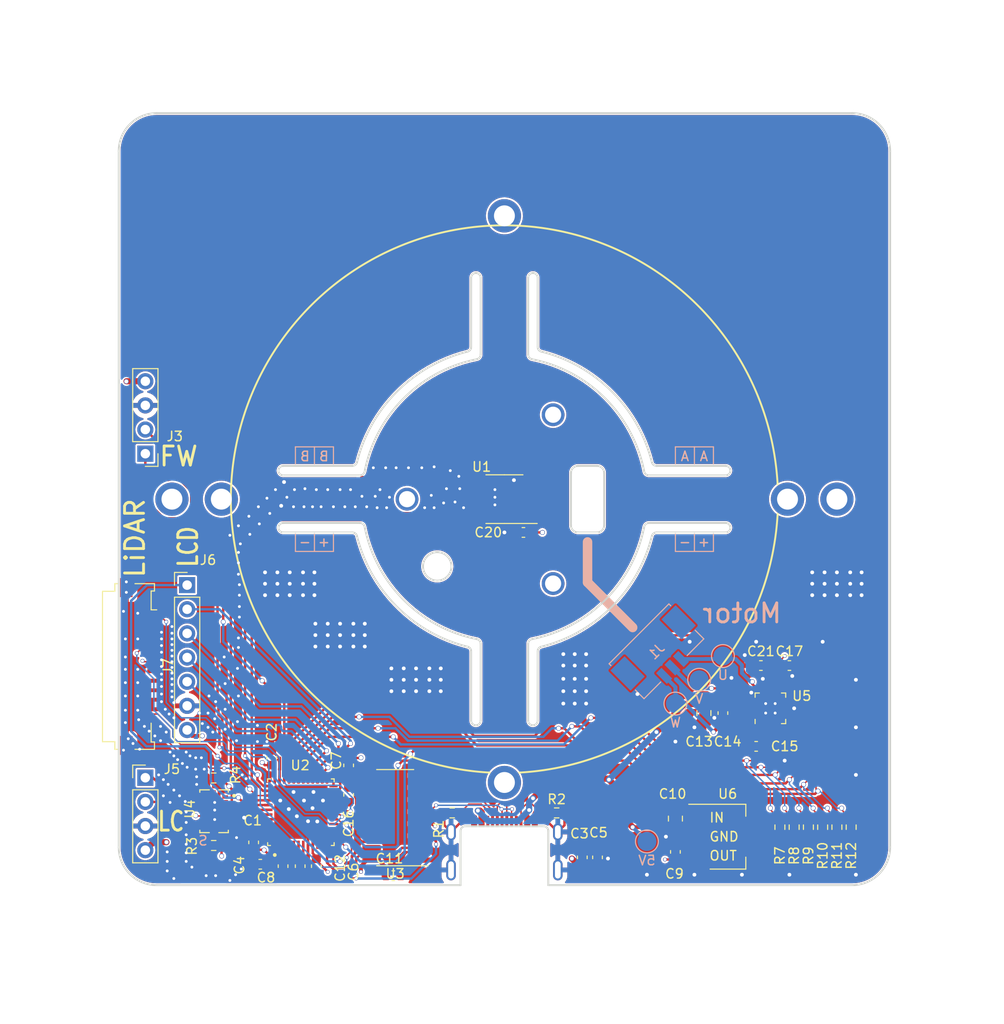
<source format=kicad_pcb>
(kicad_pcb (version 20211014) (generator pcbnew)
  (layers (0 "F.Cu" signal) (1 "In1.Cu" power) (2 "In2.Cu" power) (31 "B.Cu" signal) (34 "B.Paste" user) (35 "F.Paste" user) (36 "B.SilkS" user "B.Silkscreen") (37 "F.SilkS" user "F.Silkscreen") (38 "B.Mask" user) (39 "F.Mask" user) (44 "Edge.Cuts" user))
  (property "COMMIT_DATE_LONG" "YYYY-MM-DD HH:MM:SS TZ")
  (property "COMMIT_HASH" "deadbeef")
  (property "RELEASE_VERSION" "v#.#")
  (net 0 "")
  (net 1 "GND")
  (net 2 "/USB_CC1")
  (net 3 "/USB_D-")
  (net 4 "/USB_D+")
  (net 5 "/USB_CC2")
  (net 6 "Net-(C15-Pad2)")
  (net 7 "Net-(C21-Pad1)")
  (net 8 "Net-(J1-Pad3)")
  (net 9 "Net-(J1-Pad2)")
  (net 10 "Net-(J1-Pad1)")
  (net 11 "Net-(C3-Pad2)")
  (net 12 "Net-(C12-Pad2)")
  (net 13 "/USB_SERIAL_RXI")
  (net 14 "/USB_SERIAL_TXO")
  (net 15 "/MAG_DO")
  (net 16 "/MAG_CLK")
  (net 17 "/MAG_CSN")
  (net 18 "/TMC_UH")
  (net 19 "/TMC_VH")
  (net 20 "/TMC_WH")
  (net 21 "/TMC_UL")
  (net 22 "/TMC_WL")
  (net 23 "/TMC_VL")
  (net 24 "/TMC_DIAG")
  (net 49 "+5V")
  (net 50 "+3V3")
  (net 58 "Net-(C16-Pad1)")
  (net 59 "/IMU_SDA")
  (net 60 "/IMU_SCL")
  (net 62 "/LiD_SCL")
  (net 63 "/SWCLK")
  (net 64 "/LiD_SDA")
  (net 66 "/LC_DAT")
  (net 67 "/LC_CLK")
  (net 71 "/LCD_CSN")
  (net 72 "/LCD_SCK")
  (net 73 "/LCD_MOSI")
  (net 74 "/SWDIO")
  (net 77 "/LCD_DC")
  (net 78 "/LCD_RST")
  (net 80 "/GP1")
  (net 81 "/VSYNC_RST")
  (net 82 "/GP2")
  (footprint "Holes:MountingHole_M1.6" (layer "F.Cu") (at 105.1254 91.1225)
    (fp_text reference "H3" hide)
    (fp_text value "MotorHole")
  )
  (footprint "Holes:MountingHole_M1.6" (layer "F.Cu") (at 105.1254 108.8775)
    (fp_text reference "H1" hide)
    (fp_text value "MotorHole")
  )
  (footprint "Holes:MountingHole_M1.6" (layer "F.Cu") (at 89.7491 100)
    (fp_text reference "H2" hide)
    (fp_text value "MotorHole")
  )
  (footprint "Holes:MountingHole_2.2mm_M2_ISO7380_Pad_NonVirtual" (layer "F.Cu") (at 100 129.8)
    (fp_text reference "H4" hide)
    (fp_text value "MountHole")
  )
  (footprint "Holes:MountingHole_2.2mm_M2_ISO7380_Pad_NonVirtual" (layer "F.Cu") (at 70.2 100)
    (fp_text reference "H5" hide)
    (fp_text value "MountHole")
  )
  (footprint "Holes:MountingHole_2.2mm_M2_ISO7380_Pad_NonVirtual" (layer "F.Cu") (at 100 70.2)
    (fp_text reference "H6" hide)
    (fp_text value "MountHole")
  )
  (footprint "Holes:MountingHole_2.2mm_M2_ISO7380_Pad_NonVirtual" (layer "F.Cu") (at 129.8 100)
    (fp_text reference "H7" hide)
    (fp_text value "MountHole")
  )
  (footprint "GCT_USB:USB4510_NoPaste" (layer "F.Cu") (at 100 140.6)
    (fp_text reference "J2")
    (fp_text value "USB_C_Receptacle_USB2.0")
    (fp_line (start -4.62 0) (end -4.62 -5.7) (layer "Edge.Cuts") (width 0.2))
    (fp_line (start -4.12 -6.2) (end 4.12 -6.2) (layer "Edge.Cuts") (width 0.2))
    (fp_line (start 4.62 0) (end 4.62 -5.7) (layer "Edge.Cuts") (width 0.2))
    (fp_arc (start -4.62 -5.7) (mid -4.473553 -6.053553) (end -4.12 -6.2) (layer "Edge.Cuts") (width 0.2))
    (fp_arc (start 4.12 -6.2) (mid 4.473553 -6.053553) (end 4.62 -5.7) (layer "Edge.Cuts") (width 0.2))
  )
  (footprint "Resistor_SMD:R_0603_1608Metric" (layer "F.Cu") (at 94.5 133 180)
    (fp_text reference "R1")
    (fp_text value "5.1k")
  )
  (footprint "Resistor_SMD:R_0603_1608Metric" (layer "F.Cu") (at 105.5 133)
    (fp_text reference "R2")
    (fp_text value "5.1k")
  )
  (footprint "STM32F411CEU6:QFN50P700X700X60-49N" (layer "F.Cu") (at 78.575 132.925 90)
    (fp_text reference "U2")
    (fp_text value "STM32F411CEU6")
  )
  (footprint "Capacitor_SMD:C_0603_1608Metric" (layer "F.Cu") (at 88.3 139.6)
    (fp_text reference "C11")
    (fp_text value "0.1uF")
  )
  (footprint "Capacitor_SMD:C_0805_2012Metric" (layer "F.Cu") (at 121 122.5 -90)
    (fp_text reference "C13")
    (fp_text value "22uF")
  )
  (footprint "Capacitor_SMD:C_0603_1608Metric" (layer "F.Cu") (at 123 122.5 -90)
    (fp_text reference "C14")
    (fp_text value "0.1uF")
  )
  (footprint "Capacitor_SMD:C_0603_1608Metric" (layer "F.Cu") (at 126.5 126)
    (fp_text reference "C15")
    (fp_text value "0.1uF")
  )
  (footprint "Capacitor_SMD:C_0603_1608Metric" (layer "F.Cu") (at 130 117.5)
    (fp_text reference "C17")
    (fp_text value "0.1uF")
  )
  (footprint "Modified:SOT-223-3_TabPin2_InGndOut" (layer "F.Cu") (at 123.5 135.5)
    (fp_text reference "U6")
    (fp_text value "AP2114HA-3.3")
  )
  (footprint "view_custom:ViewKeepouts3d" (layer "F.Cu") (at 100 100)
    (fp_text reference "Z5" hide)
    (fp_text value "dummy_keepouts")
  )
  (footprint "Package_SO:SOIC-16_3.9x9.9mm_P1.27mm" (layer "F.Cu") (at 88.5 133.5 180)
    (fp_text reference "U3")
    (fp_text value "CH340C")
  )
  (footprint "Modified:QFN-20-1EP_3x3mm_P0.4mm_EP1.65x1.65mm_ThermalVias_LargerViaHoles" (layer "F.Cu") (at 128 122 90)
    (fp_text reference "U5")
    (fp_text value "TMC6300")
  )
  (footprint "Capacitor_SMD:C_0603_1608Metric" (layer "F.Cu") (at 127 117.5 180)
    (fp_text reference "C21")
    (fp_text value "0.1uF")
  )
  (footprint "Package_SO:SOIC-8_3.9x4.9mm_P1.27mm" (layer "F.Cu") (at 100 100 180)
    (fp_text reference "U1")
    (fp_text value "MT6701-CT")
  )
  (footprint "Capacitor_SMD:C_0603_1608Metric" (layer "F.Cu") (at 102 103.5 180)
    (fp_text reference "C20")
    (fp_text value "0.1uF")
  )
  (footprint "Resistor_SMD:R_0603_1608Metric" (layer "F.Cu") (at 129 134.5 -90)
    (fp_text reference "R7")
    (fp_text value "10k")
  )
  (footprint "Resistor_SMD:R_0603_1608Metric" (layer "F.Cu") (at 130.5 134.5 -90)
    (fp_text reference "R8")
    (fp_text value "10k")
  )
  (footprint "Resistor_SMD:R_0603_1608Metric" (layer "F.Cu") (at 136.5 134.5 -90)
    (fp_text reference "R12")
    (fp_text value "10k")
  )
  (footprint "Resistor_SMD:R_0603_1608Metric" (layer "F.Cu") (at 132 134.5 -90)
    (fp_text reference "R9")
    (fp_text value "10k")
  )
  (footprint "Resistor_SMD:R_0603_1608Metric" (layer "F.Cu") (at 133.5 134.5 -90)
    (fp_text reference "R10")
    (fp_text value "10k")
  )
  (footprint "Resistor_SMD:R_0603_1608Metric" (layer "F.Cu") (at 135 134.5 -90)
    (fp_text reference "R11")
    (fp_text value "10k")
  )
  (footprint "Capacitor_SMD:C_0805_2012Metric" (layer "F.Cu") (at 118 133.6 -90)
    (fp_text reference "C10")
    (fp_text value "10uF")
  )
  (footprint "Capacitor_SMD:C_0603_1608Metric" (layer "F.Cu") (at 118 137.1 90)
    (fp_text reference "C9")
    (fp_text value "4.7uF")
  )
  (footprint "Holes:MountingHole_2.2mm_M2_ISO7380_Pad_NonVirtual" (layer "F.Cu") (at 135 100)
    (fp_text reference "H8" hide)
    (fp_text value "AlignmentHole")
  )
  (footprint "Holes:MountingHole_2.2mm_M2_ISO7380_Pad_NonVirtual" (layer "F.Cu") (at 65 100)
    (fp_text reference "H9" hide)
    (fp_text value "AlignmentHole")
  )
  (footprint "Resistor_SMD:R_0603_1608Metric" (layer "F.Cu") (at 69.3975 136.425 180)
    (fp_text reference "R3")
    (fp_text value "2.2k")
  )
  (footprint "Connector_PinHeader_2.54mm:PinHeader_1x07_P2.54mm_Vertical" (layer "F.Cu") (at 66.6 109.04)
    (fp_text reference "J6")
    (fp_text value "Conn_01x07_Male")
  )
  (footprint "Capacitor_SMD:C_0603_1608Metric" (layer "F.Cu") (at 73.6 136.1 90)
    (fp_text reference "C1")
    (fp_text value "100nF")
  )
  (footprint "Capacitor_SMD:C_0603_1608Metric" (layer "F.Cu") (at 74.3 138.4 180)
    (fp_text reference "C4")
    (fp_text value "100nF")
  )
  (footprint "Capacitor_SMD:C_0603_1608Metric" (layer "F.Cu") (at 75.5 127.2 90)
    (fp_text reference "C2")
    (fp_text value "100nF")
  )
  (footprint "Connector_PinHeader_2.54mm:PinHeader_1x04_P2.54mm_Vertical" (layer "F.Cu") (at 62.2 129.3)
    (fp_text reference "J5")
    (fp_text value "Conn_01x04_Male")
  )
  (footprint "Capacitor_SMD:C_0603_1608Metric" (layer "F.Cu") (at 78.5 138.6 90)
    (fp_text reference "C12")
    (fp_text value "4.7uF")
  )
  (footprint "Capacitor_SMD:C_0603_1608Metric" (layer "F.Cu") (at 109.8 137.675 -90)
    (fp_text reference "C5")
    (fp_text value "1uF")
  )
  (footprint "Resistor_SMD:R_0603_1608Metric" (layer "F.Cu") (at 69.3975 129.325 180)
    (fp_text reference "R4")
    (fp_text value "2.2k")
  )
  (footprint "Capacitor_SMD:C_0603_1608Metric" (layer "F.Cu") (at 83.6 131.1 90)
    (fp_text reference "C16")
    (fp_text value "4.7uF")
  )
  (footprint "Capacitor_SMD:C_0603_1608Metric" (layer "F.Cu") (at 76.7 138.6 -90)
    (fp_text reference "C8")
    (fp_text value "100nF")
  )
  (footprint "Capacitor_SMD:C_0603_1608Metric" (layer "F.Cu") (at 108.2 137.675 90)
    (fp_text reference "C3")
    (fp_text value "100nF")
  )
  (footprint "Capacitor_SMD:C_0603_1608Metric" (layer "F.Cu") (at 83.6 128 -90)
    (fp_text reference "C7")
    (fp_text value "100nF")
  )
  (footprint "BMI088:PQFN50P450X300X100-16N" (layer "F.Cu") (at 69.435 132.825 -90)
    (fp_text reference "U4")
    (fp_text value "BMI088")
  )
  (footprint "Connector_FFC-FPC:Molex_200528-0120_1x12-1MP_P1.00mm_Horizontal" (layer "F.Cu") (at 61.99 117.6 -90)
    (fp_text reference "J7")
    (fp_text value "Conn_01x12_Male")
  )
  (footprint "Connector_PinHeader_2.54mm:PinHeader_1x04_P2.54mm_Vertical" (layer "F.Cu") (at 62.2 95.22 180)
    (fp_text reference "J3")
    (fp_text value "Conn_01x04_Male")
  )
  (footprint "Capacitor_SMD:C_0603_1608Metric" (layer "F.Cu") (at 80.2 138.6 -90)
    (fp_text reference "C6")
    (fp_text value "100nF")
  )
  (footprint "Molex:532610371" (layer "B.Cu") (at 116.816 118.584 45)
    (fp_text reference "J1")
    (fp_text value "BLDC")
  )
  (footprint "Modified:TestPoint_Pad_D2.0mm_ValueSilk" (layer "B.Cu") (at 115 136)
    (fp_text reference "TP1" hide)
    (fp_text value "5V" hide)
  )
  (footprint "Modified:TestPoint_Pad_D2.0mm_ValueSilk" (layer "B.Cu") (at 123 116.5)
    (fp_text reference "TP6" hide)
    (fp_text value "U" hide)
  )
  (footprint "Modified:TestPoint_Pad_D2.0mm_ValueSilk" (layer "B.Cu") (at 120.5 119)
    (fp_text reference "TP7" hide)
    (fp_text value "V" hide)
  )
  (footprint "Modified:TestPoint_Pad_D2.0mm_ValueSilk" (layer "B.Cu") (at 118 121.5)
    (fp_text reference "TP8" hide)
    (fp_text value "W" hide)
  )
  (gr_line (start 78 96.3) (end 78 94.5) (layer "B.SilkS") (width 0.12))
  (gr_line (start 78 103.7) (end 78 105.5) (layer "B.SilkS") (width 0.12))
  (gr_line (start 80 96.3) (end 80 94.5) (layer "B.SilkS") (width 0.12))
  (gr_line (start 82 105.5) (end 82 103.7) (layer "B.SilkS") (width 0.12))
  (gr_line (start 78 105.5) (end 82 105.5) (layer "B.SilkS") (width 0.12))
  (gr_line (start 78 94.5) (end 82 94.5) (layer "B.SilkS") (width 0.12))
  (gr_line (start 82 94.5) (end 82 96.3) (layer "B.SilkS") (width 0.12))
  (gr_line (start 80 105.5) (end 80 103.7) (layer "B.SilkS") (width 0.12))
  (gr_line (start 118 96.3) (end 118 94.5) (layer "B.SilkS") (width 0.12))
  (gr_line (start 118 94.5) (end 122 94.5) (layer "B.SilkS") (width 0.12))
  (gr_line (start 122 94.5) (end 122 96.3) (layer "B.SilkS") (width 0.12))
  (gr_line (start 108.75 104.5) (end 108.75 108.75) (layer "B.SilkS") (width 1))
  (gr_line (start 120 96.3) (end 120 94.5) (layer "B.SilkS") (width 0.12))
  (gr_line (start 108.75 108.75) (end 113.5 113.5) (layer "B.SilkS") (width 1))
  (gr_line (start 118 103.7) (end 118 105.5) (layer "B.SilkS") (width 0.12))
  (gr_line (start 122 105.5) (end 122 103.7) (layer "B.SilkS") (width 0.12))
  (gr_line (start 120 105.5) (end 120 103.7) (layer "B.SilkS") (width 0.12))
  (gr_line (start 118 105.5) (end 122 105.5) (layer "B.SilkS") (width 0.12))
  (gr_arc (start 98.452153 128.758375) (mid 71.241287 98.452134) (end 101.547847 71.241625) (layer "F.SilkS") (width 0.2))
  (gr_arc (start 128.758375 101.547847) (mid 120.371488 120.35786) (end 101.567092 128.757333) (layer "F.SilkS") (width 0.2))
  (gr_arc (start 101.547847 71.241625) (mid 120.35786 79.628512) (end 128.757333 98.432908) (layer "F.SilkS") (width 0.2))
  (gr_line (start 84.793094 102.499999) (end 76.709801 102.499999) (layer "Edge.Cuts") (width 0.2))
  (gr_line (start 96.5 116.00781) (end 96.5 123.290199) (layer "Edge.Cuts") (width 0.2))
  (gr_line (start 97.5 123.290199) (end 97.500001 115.206906) (layer "Edge.Cuts") (width 0.2))
  (gr_arc (start 103.499999 116.00781) (mid 103.605914 115.700081) (end 103.878787 115.522725) (layer "Edge.Cuts") (width 0.2))
  (gr_arc (start 97.5 123.290199) (mid 97 123.790199) (end 96.5 123.290199) (layer "Edge.Cuts") (width 0.2))
  (gr_arc (start 114.71636 102.903226) (mid 110.606601 110.606601) (end 102.903225 114.71636) (layer "Edge.Cuts") (width 0.2))
  (gr_arc (start 114.716361 102.903226) (mid 114.889406 102.613745) (end 115.206906 102.5) (layer "Edge.Cuts") (width 0.2))
  (gr_arc (start 115.522725 103.878788) (mid 111.313708 111.313709) (end 103.878787 115.522725) (layer "Edge.Cuts") (width 0.2))
  (gr_arc (start 110.499999 102.75) (mid 110.280329 103.28033) (end 109.749999 103.5) (layer "Edge.Cuts") (width 0.2))
  (gr_arc (start 115.522726 103.878787) (mid 115.700082 103.605915) (end 116.00781 103.5) (layer "Edge.Cuts") (width 0.2))
  (gr_line (start 110.499999 102.75) (end 110.499999 97.250001) (layer "Edge.Cuts") (width 0.2))
  (gr_arc (start 123.290199 96.500001) (mid 123.790199 97.000001) (end 123.290199 97.500001) (layer "Edge.Cuts") (width 0.2))
  (gr_arc (start 103.499999 123.290199) (mid 102.999999 123.790199) (end 102.499999 123.290199) (layer "Edge.Cuts") (width 0.2))
  (gr_line (start 103.499999 123.290199) (end 103.499999 116.00781) (layer "Edge.Cuts") (width 0.2))
  (gr_arc (start 109.749999 96.500001) (mid 110.280329 96.719671) (end 110.499999 97.250001) (layer "Edge.Cuts") (width 0.2))
  (gr_line (start 109.749999 96.500001) (end 107.749999 96.500001) (layer "Edge.Cuts") (width 0.2))
  (gr_arc (start 106.999999 97.250001) (mid 107.219669 96.719671) (end 107.749999 96.500001) (layer "Edge.Cuts") (width 0.2))
  (gr_line (start 106.999999 97.250001) (end 106.999999 102.75) (layer "Edge.Cuts") (width 0.2))
  (gr_circle (center 92.928933 107.071067) (end 94.428933 107.071067) (layer "Edge.Cuts") (width 0.2) (fill none))
  (gr_line (start 116.00781 103.5) (end 123.290199 103.5) (layer "Edge.Cuts") (width 0.2))
  (gr_arc (start 107.749999 103.5) (mid 107.219669 103.28033) (end 106.999999 102.75) (layer "Edge.Cuts") (width 0.2))
  (gr_arc (start 102.903226 85.28364) (mid 110.606601 89.393399) (end 114.71636 97.096775) (layer "Edge.Cuts") (width 0.2))
  (gr_line (start 115.206906 97.500001) (end 123.290199 97.500001) (layer "Edge.Cuts") (width 0.2))
  (gr_arc locked (start 96.121212 115.522725) (mid 88.686291 111.313708) (end 84.477275 103.878787) (layer "Edge.Cuts") (width 0.2))
  (gr_arc (start 115.206906 97.500002) (mid 114.889405 97.386257) (end 114.71636 97.096775) (layer "Edge.Cuts") (width 0.2))
  (gr_arc (start 102.499998 115.206906) (mid 102.613743 114.889405) (end 102.903225 114.71636) (layer "Edge.Cuts") (width 0.2))
  (gr_arc (start 140.6 136.599999) (mid 139.428427 139.428426) (end 136.6 140.599999) (layer "Edge.Cuts") (width 0.2))
  (gr_line (start 123.290199 102.5) (end 115.206906 102.5) (layer "Edge.Cuts") (width 0.2))
  (gr_arc (start 76.709801 103.499999) (mid 76.209801 102.999999) (end 76.709801 102.499999) (layer "Edge.Cuts") (width 0.2))
  (gr_arc locked (start 97.096774 114.71636) (mid 89.393399 110.606601) (end 85.28364 102.903225) (layer "Edge.Cuts") (width 0.2))
  (gr_arc (start 83.99219 103.499999) (mid 84.299919 103.605914) (end 84.477275 103.878787) (layer "Edge.Cuts") (width 0.2))
  (gr_arc (start 97.096774 114.71636) (mid 97.386256 114.889405) (end 97.500001 115.206906) (layer "Edge.Cuts") (width 0.2))
  (gr_line (start 76.709801 103.499999) (end 83.99219 103.499999) (layer "Edge.Cuts") (width 0.2))
  (gr_line (start 102.499999 115.206906) (end 102.499999 123.290199) (layer "Edge.Cuts") (width 0.2))
  (gr_arc (start 84.793094 102.499998) (mid 85.110595 102.613743) (end 85.28364 102.903225) (layer "Edge.Cuts") (width 0.2))
  (gr_line (start 107.749999 103.5) (end 109.749999 103.5) (layer "Edge.Cuts") (width 0.2))
  (gr_arc (start 102.903226 85.283639) (mid 102.613745 85.110594) (end 102.5 84.793094) (layer "Edge.Cuts") (width 0.2))
  (gr_line (start 123.290199 96.500001) (end 116.00781 96.500001) (layer "Edge.Cuts") (width 0.2))
  (gr_arc (start 123.290199 102.5) (mid 123.790199 103) (end 123.290199 103.5) (layer "Edge.Cuts") (width 0.2))
  (gr_arc (start 96.121213 115.522726) (mid 96.394085 115.700082) (end 96.5 116.00781) (layer "Edge.Cuts") (width 0.2))
  (gr_arc (start 59.400001 63.4) (mid 60.571574 60.571573) (end 63.400001 59.4) (layer "Edge.Cuts") (width 0.2))
  (gr_arc (start 136.6 59.4) (mid 139.428427 60.571573) (end 140.6 63.4) (layer "Edge.Cuts") (width 0.2))
  (gr_line (start 59.400001 136.599999) (end 59.400001 63.4) (layer "Edge.Cuts") (width 0.2))
  (gr_line (start 136.6 140.599999) (end 104.619999 140.6) (layer "Edge.Cuts") (width 0.2))
  (gr_line (start 95.38 140.6) (end 63.400001 140.599999) (layer "Edge.Cuts") (width 0.2))
  (gr_arc (start 63.400001 140.599999) (mid 60.571574 139.428426) (end 59.400001 136.599999) (layer "Edge.Cuts") (width 0.2))
  (gr_line (start 140.6 63.4) (end 140.6 136.599999) (layer "Edge.Cuts") (width 0.2))
  (gr_line (start 63.400001 59.4) (end 136.6 59.4) (layer "Edge.Cuts") (width 0.2))
  (gr_arc (start 97.500002 84.793094) (mid 97.386257 85.110595) (end 97.096775 85.28364) (layer "Edge.Cuts") (width 0.2))
  (gr_arc (start 103.878788 84.477275) (mid 111.313709 88.686292) (end 115.522725 96.121213) (layer "Edge.Cuts") (width 0.2))
  (gr_arc (start 103.878787 84.477274) (mid 103.605915 84.299918) (end 103.5 83.99219) (layer "Edge.Cuts") (width 0.2))
  (gr_arc (start 102.5 76.709801) (mid 103 76.209801) (end 103.5 76.709801) (layer "Edge.Cuts") (width 0.2))
  (gr_line (start 83.99219 96.5) (end 76.709801 96.5) (layer "Edge.Cuts") (width 0.2))
  (gr_line (start 102.5 76.709801) (end 102.5 84.793094) (layer "Edge.Cuts") (width 0.2))
  (gr_arc (start 116.00781 96.500001) (mid 115.700081 96.394086) (end 115.522725 96.121213) (layer "Edge.Cuts") (width 0.2))
  (gr_arc (start 85.28364 97.096774) (mid 89.393399 89.393399) (end 97.096775 85.28364) (layer "Edge.Cuts") (width 0.2))
  (gr_line (start 96.500001 76.709801) (end 96.500001 83.99219) (layer "Edge.Cuts") (width 0.2))
  (gr_line (start 103.5 83.99219) (end 103.5 76.709801) (layer "Edge.Cuts") (width 0.2))
  (gr_line (start 76.709801 97.5) (end 84.793094 97.5) (layer "Edge.Cuts") (width 0.2))
  (gr_arc (start 96.500001 83.99219) (mid 96.394086 84.299919) (end 96.121213 84.477275) (layer "Edge.Cuts") (width 0.2))
  (gr_arc (start 84.477275 96.121212) (mid 88.686292 88.686291) (end 96.121213 84.477275) (layer "Edge.Cuts") (width 0.2))
  (gr_arc (start 76.709801 97.5) (mid 76.209801 97) (end 76.709801 96.5) (layer "Edge.Cuts") (width 0.2))
  (gr_arc (start 85.283638 97.096775) (mid 85.110593 97.386256) (end 84.793094 97.5) (layer "Edge.Cuts") (width 0.2))
  (gr_line (start 97.500001 84.793094) (end 97.500001 76.709801) (layer "Edge.Cuts") (width 0.2))
  (gr_arc (start 96.500001 76.709801) (mid 97.000001 76.209801) (end 97.500001 76.709801) (layer "Edge.Cuts") (width 0.2))
  (gr_arc (start 84.477274 96.121213) (mid 84.299918 96.394085) (end 83.99219 96.5) (layer "Edge.Cuts") (width 0.2))
  (gr_text "B" (at 79 95.5) (layer "B.SilkS") (effects (font (size 1 1)) (justify mirror)))
  (gr_text "B" (at 81 95.5) (layer "B.SilkS") (effects (font (size 1 1)) (justify mirror)))
  (gr_text "-" (at 79 104.5) (layer "B.SilkS") (effects (font (size 1 1)) (justify mirror)))
  (gr_text "+" (at 81 104.5) (layer "B.SilkS") (effects (font (size 1 1)) (justify mirror)))
  (gr_text "Motor" (at 125 112) (layer "B.SilkS") (effects (font (size 2 2) (thickness 0.3)) (justify mirror)))
  (gr_text "S" (at 68.272011 135.82625 180) (layer "B.SilkS") (effects (font (size 1 1)) (justify mirror)))
  (gr_text "+" (at 121 104.5) (layer "B.SilkS") (effects (font (size 1 1)) (justify mirror)))
  (gr_text "A" (at 121 95.5) (layer "B.SilkS") (effects (font (size 1 1)) (justify mirror)))
  (gr_text "A" (at 119 95.5) (layer "B.SilkS") (effects (font (size 1 1)) (justify mirror)))
  (gr_text "-" (at 119 104.5) (layer "B.SilkS") (effects (font (size 1 1)) (justify mirror)))
  (gr_text "FW" (at 65.7 95.5) (layer "F.SilkS") (effects (font (size 2 2) (thickness 0.3))))
  (gr_text "LCD\n" (at 66.7 105 90) (layer "F.SilkS") (effects (font (size 2 1.5) (thickness 0.3))))
  (gr_text "LC\n" (at 64.9 133.9) (layer "F.SilkS") (effects (font (size 2 1.5) (thickness 0.3))))
  (gr_text "LiDAR" (at 61.1 104.1 90) (layer "F.SilkS") (effects (font (size 2 2) (thickness 0.3))))
  (segment (start 106.325 133) (end 106.325 134.295) (width 0.25) (layer "F.Cu") (net 1))
  (segment (start 76.325 130.675) (end 78.575 132.925) (width 0.25) (layer "F.Cu") (net 1))
  (segment (start 117.825 136.325) (end 117 135.5) (width 0.65) (layer "F.Cu") (net 1))
  (segment (start 80.825 130.675) (end 78.575 132.925) (width 0.25) (layer "F.Cu") (net 1))
  (segment (start 127.2 118.9) (end 127.6 119.3) (width 0.15) (layer "F.Cu") (net 1))
  (segment (start 79.325 133.675) (end 78.575 132.925) (width 0.25) (layer "F.Cu") (net 1))
  (segment (start 80.2 139.375) (end 80.2 139.175) (width 0.25) (layer "F.Cu") (net 1))
  (segment (start 122 122.95) (end 121.182 122.95) (width 0.65) (layer "F.Cu") (net 1))
  (segment (start 89.075 139.6) (end 89.32 139.6) (width 0.4) (layer "F.Cu") (net 1))
  (segment (start 109.8 138.45) (end 110.25 138.45) (width 0.65) (layer "F.Cu") (net 1))
  (segment (start 110.25 138.45) (end 110.9 137.8) (width 0.65) (layer "F.Cu") (net 1))
  (segment (start 130.3 118.6) (end 130.775 118.125) (width 0.25) (layer "F.Cu") (net 1))
  (segment (start 72.775 133.675) (end 72.6 133.5) (width 0.25) (layer "F.Cu") (net 1))
  (segment (start 82.005 130.675) (end 82.458485 130.675) (width 0.25) (layer "F.Cu") (net 1))
  (segment (start 75.145 133.675) (end 77.825 133.675) (width 0.25) (layer "F.Cu") (net 1))
  (segment (start 132 135.325) (end 133.5 135.325) (width 0.65) (layer "F.Cu") (net 1))
  (segment (start 82.71452 129.68548) (end 83.6 128.8) (width 0.25) (layer "F.Cu") (net 1))
  (segment (start 79.325 136.355) (end 79.325 138.3) (width 0.25) (layer "F.Cu") (net 1))
  (segment (start 124 122.775) (end 125.934 122.775) (width 0.4) (layer "F.Cu") (net 1))
  (segment (start 93.675 133) (end 93.675 134.295) (width 0.25) (layer "F.Cu") (net 1))
  (segment (start 75.145 133.675) (end 72.775 133.675) (width 0.25) (layer "F.Cu") (net 1))
  (segment (start 96.8 133.85) (end 95.53 133.85) (width 0.25) (layer "F.Cu") (net 1))
  (segment (start 77.825 133.675) (end 78.15 133.35) (width 0.25) (layer "F.Cu") (net 1))
  (segment (start 89.32 139.6) (end 90.975 137.945) (width 0.4) (layer "F.Cu") (net 1))
  (segment (start 120.45 124) (end 121 123.45) (width 0.65) (layer "F.Cu") (net 1))
  (segment (start 106.325 134.295) (end 105.62 135) (width 0.25) (layer "F.Cu") (net 1))
  (segment (start 78.15 133.35) (end 78.575 132.925) (width 0.25) (layer "F.Cu") (net 1))
  (segment (start 126.65 135.5) (end 120.35 135.5) (width 0.65) (layer "F.Cu") (net 1))
  (segment (start 75.145 135.175) (end 76.325 135.175) (width 0.25) (layer "F.Cu") (net 1))
  (segment (start 83.6 128.8) (end 83.6 128.775) (width 0.25) (layer "F.Cu") (net 1))
  (segment (start 95.53 133.85) (end 94.38 135) (width 0.25) (layer "F.Cu") (net 1))
  (segment (start 79.325 136.355) (end 79.325 133.875) (width 0.25) (layer "F.Cu") (net 1))
  (segment (start 133.5 135.325) (end 135 135.325) (width 0.65) (layer "F.Cu") (net 1))
  (segment (start 127.6 119.3) (end 127.6 120.55) (width 0.15) (layer "F.Cu") (net 1))
  (segment (start 128.825 135.5) (end 129 135.325) (width 0.65) (layer "F.Cu") (net 1))
  (segment (start 80.2 139.175) (end 79.325 138.3) (width 0.25) (layer "F.Cu") (net 1))
  (segment (start 76.325 129.495) (end 76.325 130.675) (width 0.25) (layer "F.Cu") (net 1))
  (segment (start 104.47 133.85) (end 105.62 135) (width 0.25) (layer "F.Cu") (net 1))
  (segment (start 76.325 129.495) (end 76.325 127.25) (width 0.25) (layer "F.Cu") (net 1))
  (segment (start 101.225 103.5) (end 100 103.5) (width 0.25) (layer "F.Cu") (net 1))
  (segment (start 120.35 135.5) (end 118.95 135.5) (width 0.65) (layer "F.Cu") (net 1))
  (segment (start 76.325 135.175) (end 77.825 133.675) (width 0.25) (layer "F.Cu") (net 1))
  (segment (start 75.145 135.175) (end 73.75 135.175) (width 0.25) (layer "F.Cu") (net 1))
  (segment (start 82.71452 130.418965) (end 82.71452 129.68548) (width 0.25) (layer "F.Cu") (net 1))
  (segment (start 79.325 133.875) (end 79.325 133.675) (width 0.25) (layer "F.Cu") (net 1))
  (segment (start 76.325 127.25) (end 75.5 126.425) (width 0.25) (layer "F.Cu") (net 1))
  (segment (start 129 135.325) (end 130.5 135.325) (width 0.65) (layer "F.Cu") (net 1))
  (segment (start 126.65 135.5) (end 128.825 135.5) (width 0.65) (layer "F.Cu") (net 1))
  (segment (start 117 135.5) (end 117.05 135.5) (width 0.25) (layer "F.Cu") (net 1))
  (segment (start 117.05 135.5) (end 117.175 135.5) (width 0.25) (layer "F.Cu") (net 1))
  (segment (start 102.475 98.095) (end 101.095 98.095) (width 0.25) (layer "F.Cu") (net 1))
  (segment (start 82.458485 130.675) (end 82.71452 130.418965) (width 0.25) (layer "F.Cu") (net 1))
  (segment (start 118.825 135.5) (end 118 136.325) (width 0.65) (layer "F.Cu") (net 1))
  (segment (start 117.95 134.55) (end 117 135.5) (width 0.65) (layer "F.Cu") (net 1))
  (segment (start 136.5 135.325) (end 135 135.325) (width 0.65) (layer "F.Cu") (net 1))
  (segment (start 101.095 98.095) (end 101 98) (width 0.25) (layer "F.Cu") (net 1))
  (segment (start 103.2 133.85) (end 104.47 133.85) (width 0.25) (layer "F.Cu") (net 1))
  (segment (start 127.2 122.8) (end 127.5 122.5) (width 0.25) (layer "F.Cu") (net 1))
  (segment (start 126.225 117.325) (end 126.225 117.5) (width 0.25) (layer "F.Cu") (net 1))
  (segment (start 77.825 133.675) (end 78.575 132.925) (width 0.25) (layer "F.Cu") (net 1))
  (segment (start 118 136.325) (end 117.825 136.325) (width 0.65) (layer "F.Cu") (net 1))
  (segment (start 118.95 135.5) (end 118.825 135.5) (width 0.65) (layer "F.Cu") (net 1))
  (segment (start 126.55 122.8) (end 127.2 122.8) (width 0.25) (layer "F.Cu") (net 1))
  (segment (start 129.45 121.6) (end 130.1 121.6) (width 0.15) (layer "F.Cu") (net 1))
  (segment (start 124.025 122.8) (end 124 122.775) (width 0.25) (layer "F.Cu") (net 1))
  (segment (start 129.45 122) (end 130.5 122) (width 0.15) (layer "F.Cu") (net 1))
  (segment (start 126.55 121.2) (end 126.55 120.908) (width 0.25) (layer "F.Cu") (net 1))
  (segment (start 120.35 135.5) (end 118.95 135.5) (width 0.65) (layer "F.Cu") (net 1))
  (segment (start 125.3 116.4) (end 126.225 117.325) (width 0.25) (layer "F.Cu") (net 1))
  (segment (start 73.75 135.175) (end 73.6 135.325) (width 0.25) (layer "F.Cu") (net 1))
  (segment (start 117 135.5) (end 117.05 135.5) (width 0.25) (layer "F.Cu") (net 1))
  (segment (start 130.5 135.325) (end 132 135.325) (width 0.65) (layer "F.Cu") (net 1))
  (segment (start 130.1 121.6) (end 130.5 122) (width 0.15) (layer "F.Cu") (net 1))
  (segment (start 130.775 118.125) (end 130.775 117.5) (width 0.25) (layer "F.Cu") (net 1))
  (segment (start 126.55 120.908) (end 125.989 120.347) (width 0.25) (layer "F.Cu") (net 1))
  (segment (start 126.55 122.8) (end 124.025 122.8) (width 0.25) (layer "F.Cu") (net 1))
  (segment (start 93.675 134.295) (end 94.38 135) (width 0.25) (layer "F.Cu") (net 1))
  (segment (start 118 134.55) (end 117.95 134.55) (width 0.65) (layer "F.Cu") (net 1))
  (segment (start 122.048 122.998) (end 122 122.95) (width 0.65) (layer "F.Cu") (net 1))
  (segment (start 118.95 135.5) (end 118 134.55) (width 0.65) (layer "F.Cu") (net 1))
  (segment (start 120 124) (end 120.45 124) (width 0.65) (layer "F.Cu") (net 1))
  (segment (start 82.005 130.675) (end 80.825 130.675) (width 0.25) (layer "F.Cu") (net 1))
  (via (at 94.3 97) (size 0.4) (drill 0.3) (layers "F.Cu" "B.Cu") (net 1))
  (via (at 137 139.5) (size 0.5) (drill 0.4) (layers "F.Cu" "B.Cu") (net 1))
  (via (at 65.2 139.9) (size 0.4) (drill 0.3) (layers "F.Cu" "B.Cu") (net 1))
  (via (at 133.7 108.9) (size 0.5) (drill 0.4) (layers "F.Cu" "B.Cu") (net 1))
  (via (at 106.2 116.3) (size 0.5) (drill 0.4) (layers "F.Cu" "B.Cu") (net 1))
  (via (at 120 124) (size 0.5) (drill 0.4) (layers "F.Cu" "B.Cu") (net 1))
  (via (at 77.8 130.8) (size 0.5) (drill 0.4) (layers "F.Cu" "B.Cu") (net 1))
  (via (at 80.9 131.7) (size 0.5) (drill 0.4) (layers "F.Cu" "B.Cu") (net 1))
  (via (at 72 106.7) (size 0.4) (drill 0.3) (layers "F.Cu" "B.Cu") (net 1))
  (via (at 88.1 117.8) (size 0.5) (drill 0.4) (layers "F.Cu" "B.Cu") (net 1))
  (via (at 81.4 114.3) (size 0.5) (drill 0.4) (layers "F.Cu" "B.Cu") (net 1))
  (via (at 76.4 131.7) (size 0.5) (drill 0.4) (layers "F.Cu" "B.Cu") (net 1))
  (via (at 99 99) (size 0.4) (drill 0.3) (layers "F.Cu" "B.Cu") (net 1))
  (via (at 60.1 123.5) (size 0.4) (drill 0.3) (layers "F.Cu" "B.Cu") (net 1))
  (via (at 72 107.9) (size 0.4) (drill 0.3) (layers "F.Cu" "B.Cu") (net 1))
  (via (at 78.8 110.1) (size 0.5) (drill 0.4) (layers "F.Cu" "B.Cu") (net 1))
  (via (at 86.2 96.7) (size 0.4) (drill 0.3) (layers "F.Cu" "B.Cu") (net 1))
  (via (at 75 99.9) (size 0.4) (drill 0.3) (layers "F.Cu" "B.Cu") (net 1))
  (via (at 81.4 99) (size 0.4) (drill 0.3) (layers "F.Cu" "B.Cu") (net 1))
  (via (at 89.9 96.7) (size 0.4) (drill 0.3) (layers "F.Cu" "B.Cu") (net 1))
  (via (at 86.9 99) (size 0.4) (drill 0.3) (layers "F.Cu" "B.Cu") (net 1))
  (via (at 76.1 107.7) (size 0.5) (drill 0.4) (layers "F.Cu" "B.Cu") (net 1))
  (via (at 80.1 113.1) (size 0.5) (drill 0.4) (layers "F.Cu" "B.Cu") (net 1))
  (via (at 65 116.5) (size 0.4) (drill 0.3) (layers "F.Cu" "B.Cu") (net 1))
  (via (at 71.7 139.5) (size 0.4) (drill 0.3) (layers "F.Cu" "B.Cu") (net 1))
  (via (at 106.2 118.9) (size 0.5) (drill 0.4) (layers "F.Cu" "B.Cu") (net 1))
  (via (at 66.5 135.3) (size 0.4) (drill 0.3) (layers "F.Cu" "B.Cu") (net 1))
  (via (at 133.7 107.7) (size 0.5) (drill 0.4) (layers "F.Cu" "B.Cu") (net 1))
  (via (at 64.1 129.5) (size 0.4) (drill 0.3) (layers "F.Cu" "B.Cu") (net 1))
  (via (at 125.3 116.4) (size 0.5) (drill 0.4) (layers "F.Cu" "B.Cu") (net 1))
  (via (at 63.9 119) (size 0.4) (drill 0.3) (layers "F.Cu" "B.Cu") (net 1))
  (via (at 79.8 132.5) (size 0.5) (drill 0.4) (layers "F.Cu" "B.Cu") (net 1))
  (via (at 92.1 120.2) (size 0.5) (drill 0.4) (layers "F.Cu" "B.Cu") (net 1))
  (via (at 114 120.5) (size 0.5) (drill 0.4) (layers "F.Cu" "B.Cu") (net 1))
  (via (at 137 129) (size 0.5) (drill 0.4) (layers "F.Cu" "B.Cu") (net 1))
  (via (at 67.6 129.2) (size 0.4) (drill 0.3) (layers "F.Cu" "B.Cu") (net 1))
  (via (at 65 117.1) (size 0.4) (drill 0.3) (layers "F.Cu" "B.Cu") (net 1))
  (via (at 123.9 118.8) (size 0.5) (drill 0.4) (layers "F.Cu" "B.Cu") (net 1))
  (via (at 72.6 133.5) (size 0.5) (drill 0.4) (layers "F.Cu" "B.Cu") (net 1))
  (via (at 64.3 122.1) (size 0.4) (drill 0.3) (layers "F.Cu" "B.Cu") (net 1))
  (via (at 92.1 117.8) (size 0.5) (drill 0.4) (layers "F.Cu" "B.Cu") (net 1))
  (via (at 79.9 130.8) (size 0.5) (drill 0.4) (layers "F.Cu" "B.Cu") (net 1))
  (via (at 60.1 119.3) (size 0.4) (drill 0.3) (layers "F.Cu" "B.Cu") (net 1))
  (via (at 130.5 122) (size 0.5) (drill 0.4) (layers "F.Cu" "B.Cu") (net 1))
  (via (at 89.4 120.2) (size 0.5) (drill 0.4) (layers "F.Cu" "B.Cu") (net 1))
  (via (at 108.6 117.5) (size 0.5) (drill 0.4) (layers "F.Cu" "B.Cu") (net 1))
  (via (at 90.7 117.8) (size 0.5) (drill 0.4) (layers "F.Cu" "B.Cu") (net 1))
  (via (at 84.1 115.5) (size 0.5) (drill 0.4) (layers "F.Cu" "B.Cu") (net 1))
  (via (at 78.9 131.7) (size 0.5) (drill 0.4) (layers "F.Cu" "B.Cu") (net 1))
  (via (at 72 102.8) (size 0.4) (drill 0.3) (layers "F.Cu" "B.Cu") (net 1))
  (via (at 117 135.5) (size 0.5) (drill 0.4) (layers "F.Cu" "B.Cu") (net 1))
  (via (at 66.4 131.8) (size 0.4) (drill 0.3) (layers "F.Cu" "B.Cu") (net 1))
  (via (at 84.1 114.3) (size 0.5) (drill 0.4) (layers "F.Cu" "B.Cu") (net 1))
  (via (at 71.1 103.8) (size 0.4) (drill 0.3) (layers "F.Cu" "B.Cu") (net 1))
  (via (at 133.5 115) (size 0.5) (drill 0.4) (layers "F.Cu" "B.Cu") (net 1))
  (via (at 65 113.4) (size 0.4) (drill 0.3) (layers "F.Cu" "B.Cu") (net 1))
  (via (at 70.6 124.2) (size 0.4) (drill 0.3) (layers "F.Cu" "B.Cu") (net 1))
  (via (at 70.5 116.6) (size 0.4) (drill 0.3) (layers "F.Cu" "B.Cu") (net 1))
  (via (at 65 117.7) (size 0.4) (drill 0.3) (layers "F.Cu" "B.Cu") (net 1))
  (via (at 60.1 122.2) (size 0.4) (drill 0.3) (layers "F.Cu" "B.Cu") (net 1))
  (via (at 93.3 117.8) (size 0.5) (drill 0.4) (layers "F.Cu" "B.Cu") (net 1))
  (via (at 119.5 115) (size 0.5) (drill 0.4) (layers "F.Cu" "B.Cu") (net 1))
  (via (at 87.6 100.9) (size 0.4) (drill 0.3) (layers "F.Cu" "B.Cu") (net 1))
  (via (at 72.2 104.7) (size 0.4) (drill 0.3) (layers "F.Cu" "B.Cu") (net 1))
  (via (at 63.9 116.1) (size 0.4) (drill 0.3) (layers "F.Cu" "B.Cu") (net 1))
  (via (at 69.5 131.9) (size 0.4) (drill 0.3) (layers "F.Cu" "B.Cu") (net 1))
  (via (at 77.4 108.9) (size 0.5) (drill 0.4) (layers "F.Cu" "B.Cu") (net 1))
  (via (at 135 110.1) (size 0.5) (drill 0.4) (layers "F.Cu" "B.Cu") (net 1))
  (via (at 66.5 137.2) (size 0.4) (drill 0.3) (layers "F.Cu" "B.Cu") (net 1))
  (via (at 77.3 132.6) (size 0.5) (drill 0.4) (layers "F.Cu" "B.Cu") (net 1))
  (via (at 63.8 125.4) (size 0.4) (drill 0.3) (layers "F.Cu" "B.Cu") (net 1))
  (via (at 67.6 130) (size 0.4) (drill 0.3) (layers "F.Cu" "B.Cu") (net 1))
  (via (at 76.8 98.2) (size 0.5) (drill 0.4) (layers "F.Cu" "B.Cu") (net 1))
  (via (at 137.6 108.9) (size 0.5) (drill 0.4) (layers "F.Cu" "B.Cu") (net 1))
  (via (at 71.8 135.6) (size 0.4) (drill 0.3) (layers "F.Cu" "B.Cu") (net 1))
  (via (at 66.5 126.6) (size 0.4) (drill 0.3) (layers "F.Cu" "B.Cu") (net 1))
  (via (at 60.1 120.7) (size 0.4) (drill 0.3) (layers "F.Cu" "B.Cu") (net 1))
  (via (at 64.5 139.1) (size 0.4) (drill 0.3) (layers "F.Cu" "B.Cu") (net 1))
  (via (at 65.2 127) (size 0.4) (drill 0.3) (layers "F.Cu" "B.Cu") (net 1))
  (via (at 136.4 108.9) (size 0.5) (drill 0.4) (layers "F.Cu" "B.Cu") (net 1))
  (via (at 87.5 96.7) (size 0.4) (drill 0.3) (layers "F.Cu" "B.Cu") (net 1))
  (via (at 68.2 123.6) (size 0.4) (drill 0.3) (layers "F.Cu" "B.Cu") (net 1))
  (via (at 72.1 110.1) (size 0.4) (drill 0.3) (layers "F.Cu" "B.Cu") (net 1))
  (via (at 65 118.9) (size 0.4) (drill 0.3) (layers "F.Cu" "B.Cu") (net 1))
  (via (at 95.2 97.6) (size 0.4) (drill 0.3) (layers "F.Cu" "B.Cu") (net 1))
  (via (at 101 98) (size 0.5) (drill 0.4) (layers "F.Cu" "B.Cu") (net 1))
  (via (at 82 100.8) (size 0.4) (drill 0.3) (layers "F.Cu" "B.Cu") (net 1))
  (via (at 72.3 138.9) (size 0.4) (drill 0.3) (layers "F.Cu" "B.Cu") (net 1))
  (via (at 68.8 122.5) (size 0.4) (drill 0.3) (layers "F.Cu" "B.Cu") (net 1))
  (via (at 63.9 114.7) (size 0.4) (drill 0.3) (layers "F.Cu" "B.Cu") (net 1))
  (via (at 89.4 117.8) (size 0.5) (drill 0.4) (layers "F.Cu" "B.Cu") (net 1))
  (via (at 74.2 102.6) (size 0.4) (drill 0.3) (layers "F.Cu" "B.Cu") (net 1))
  (via (at 100 103.5) (size 0.5) (drill 0.4) (layers "F.Cu" "B.Cu") (net 1))
  (via (at 132.4 110.1) (size 0.5) (drill 0.4) (layers "F.Cu" "B.Cu") (net 1))
  (via (at 67.9 122.5) (size 0.4) (drill 0.3) (layers "F.Cu" "B.Cu") (net 1))
  (via (at 62.6 124.4) (size 0.4) (drill 0.3) (layers "F.Cu" "B.Cu") (net 1))
  (via (at 92.6 100.9) (size 0.4) (drill 0.3) (layers "F.Cu" "B.Cu") (net 1))
  (via (at 137.6 107.7) (size 0.5) (drill 0.4) (layers "F.Cu" "B.Cu") (net 1))
  (via (at 63.9 117.6) (size 0.4) (drill 0.3) (layers "F.Cu" "B.Cu") (net 1))
  (via (at 65 115.3) (size 0.4) (drill 0.3) (layers "F.Cu" "B.Cu") (net 1))
  (via (at 122.101 123) (size 0.5) (drill 0.4) (layers "F.Cu" "B.Cu") (net 1))
  (via (at 74.8 107.7) (size 0.5) (drill 0.4) (layers "F.Cu" "B.Cu") (net 1))
  (via (at 93.9 98.9) (size 0.4) (drill 0.3) (layers "F.Cu" "B.Cu") (net 1))
  (via (at 132.4 107.7) (size 0.5) (drill 0.4) (layers "F.Cu" "B.Cu") (net 1))
  (via (at 88.6 96.7) (size 0.4) (drill 0.3) (layers "F.Cu" "B.Cu") (net 1))
  (via (at 129.5 127.5) (size 0.5) (drill 0.4) (layers "F.Cu" "B.Cu") (net 1))
  (via (at 68.9 120.7) (size 0.4) (drill 0.3) (layers "F.Cu" "B.Cu") (net 1))
  (via (at 72.1 109) (size 0.4) (drill 0.3) (layers "F.Cu" "B.Cu") (net 1))
  (via (at 107.399999 120.2) (size 0.5) (drill 0.4) (layers "F.Cu" "B.Cu") (net 1))
  (via (at 74.8 110.1) (size 0.5) (drill 0.4) (layers "F.Cu" "B.Cu") (net 1))
  (via (at 125.989 120.347) (size 0.5) (drill 0.4) (layers "F.Cu" "B.Cu") (net 1))
  (via (at 86.6 100.9) (size 0.4) (drill 0.3) (layers "F.Cu" "B.Cu") (net 1))
  (via (at 91.3 96.7) (size 0.4) (drill 0.3) (layers "F.Cu" "B.Cu") (net 1))
  (via (at 69.6 139.6) (size 0.4) (drill 0.3) (layers "F.Cu" "B.Cu") (net 1))
  (via (at 80.1 114.3) (size 0.5) (drill 0.4) (layers "F.Cu" "B.Cu") (net 1))
  (via (at 68.1 127.2) (size 0.4) (drill 0.3) (layers "F.Cu" "B.Cu") (net 1))
  (via (at 106.2 117.5) (size 0.5) (drill 0.4) (layers "F.Cu" "B.Cu") (net 1))
  (via (at 137.6 110.1) (size 0.5) (drill 0.4) (layers "F.Cu" "B.Cu") (net 1))
  (via (at 84.1 113.1) (size 0.5) (drill 0.4) (layers "F.Cu" "B.Cu") (net 1))
  (via (at 107.399999 118.9) (size 0.5) (drill 0.4) (layers "F.Cu" "B.Cu") (net 1))
  (via (at 60.2 108.7) (size 0.4) (drill 0.3) (layers "F.Cu" "B.Cu") (net 1))
  (via (at 66.5 132.9) (size 0.4) (drill 0.3) (layers "F.Cu" "B.Cu") (net 1))
  (via (at 64.5 137.1) (size 0.4) (drill 0.3) (layers "F.Cu" "B.Cu") (net 1))
  (via (at 60.1 114.7) (size 0.4) (drill 0.3) (layers "F.Cu" "B.Cu") (net 1))
  (via (at 82.7 113.1) (size 0.5) (drill 0.4) (layers "F.Cu" "B.Cu") (net 1))
  (via (at 67.5 127.2) (size 0.4) (drill 0.3) (layers "F.Cu" "B.Cu") (net 1))
  (via (at 61.4 114.7) (size 0.4) (drill 0.3) (layers "F.Cu" "B.Cu") (net 1))
  (via (at 77.1 99.8) (size 0.4) (drill 0.3) (layers "F.Cu" "B.Cu") (net 1))
  (via (at 64.6 130) (size 0.4) (drill 0.3) (layers "F.Cu" "B.Cu") (net 1))
  (via (at 83.8 99) (size 0.4) (drill 0.3) (layers "F.Cu" "B.Cu") (net 1))
  (via (at 76.1 110.1) (size 0.5) (drill 0.4) (layers "F.Cu" "B.Cu") (net 1))
  (via (at 61.4 120.7) (size 0.4) (drill 0.3) (layers "F.Cu" "B.Cu") (net 1))
  (via (at 69.6 121.3) (size 0.4) (drill 0.3) (layers "F.Cu" "B.Cu") (net 1))
  (via (at 63.2 124.9) (size 0.4) (drill 0.3) (layers "F.Cu" "B.Cu") (net 1))
  (via (at 94.8 100.3) (size 0.4) (drill 0.3) (layers "F.Cu" "B.Cu") (net 1))
  (via (at 69.5 132.7) (size 0.4) (drill 0.3) (layers "F.Cu" "B.Cu") (net 1))
  (via (at 71.1 140.1) (size 0.4) (drill 0.3) (layers "F.Cu" "B.Cu") (net 1))
  (via (at 95.7 100.9) (size 0.4) (drill 0.3) (layers "F.Cu" "B.Cu") (net 1))
  (via (at 68.8 124) (size 0.4) (drill 0.3) (layers "F.Cu" "B.Cu") (net 1))
  (via (at 72 114.6) (size 0.4) (drill 0.3) (layers "F.Cu" "B.Cu") (net 1))
  (via (at 76.5 100.7) (size 0.5) (drill 0.4) (layers "F.Cu" "B.Cu") (net 1))
  (via (at 95.3 98.9) (size 0.4) (drill 0.3) (layers "F.Cu" "B.Cu") (net 1))
  (via (at 65 114.1) (size 0.4) (drill 0.3) (layers "F.Cu" "B.Cu") (net 1))
  (via (at 78.15 133.35) (size 0.5) (drill 0.4) (layers "F.Cu" "B.Cu") (net 1))
  (via (at 64.8 126.6) (size 0.4) (drill 0.3) (layers "F.Cu" "B.Cu") (net 1))
  (via (at 115 139.5) (size 0.5) (drill 0.4) (layers "F.Cu" "B.Cu") (net 1))
  (via (at 61.5 123.2) (size 0.4) (drill 0.3) (layers "F.Cu" "B.Cu") (net 1))
  (via (at 136.4 107.7) (size 0.5) (drill 0.4) (layers "F.Cu" "B.Cu") (net 1))
  (via (at 61.6 126.3) (size 0.4) (drill 0.3) (layers "F.Cu" "B.Cu") (net 1))
  (via (at 63.9 120.5) (size 0.4) (drill 0.3) (layers "F.Cu" "B.Cu") (net 1))
  (via (at 72 115.6) (size 0.4) (drill 0.3) (layers "F.Cu" "B.Cu") (net 1))
  (via (at 65 119.5) (size 0.4) (drill 0.3) (layers "F.Cu" "B.Cu") (net 1))
  (via (at 68.4 128.4) (size 0.4) (drill 0.3) (layers "F.Cu" "B.Cu") (net 1))
  (via (at 65.2 123) (size 0.4) (drill 0.3) (layers "F.Cu" "B.Cu") (net 1))
  (via (at 80.1 115.5) (size 0.5) (drill 0.4) (layers "F.Cu" "B.Cu") (net 1))
  (via (at 63.9 116.9) (size 0.4) (drill 0.3) (layers "F.Cu" "B.Cu") (net 1))
  (via (at 135 108.9) (size 0.5) (drill 0.4) (layers "F.Cu" "B.Cu") (net 1))
  (via (at 78.8 107.7) (size 0.5) (drill 0.4) (layers "F.Cu" "B.Cu") (net 1))
  (via (at 64.1 131.2) (size 0.4) (drill 0.3) (layers "F.Cu" "B.Cu") (net 1))
  (via (at 91.6 100.9) (size 0.4) (drill 0.3) (layers "F.Cu" "B.Cu") (net 1))
  (via (at 126.5 115) (size 0.5) (drill 0.4) (layers "F.Cu" "B.Cu") (net 1))
  (via (at 80.3 133.9) (size 0.5) (drill 0.4) (layers "F.Cu" "B.Cu") (net 1))
  (via (at 63.8 123.9) (size 0.4) (drill 0.3) (layers "F.Cu" "B.Cu") (net 1))
  (via (at 62.1 123.9) (size 0.4) (drill 0.3) (layers "F.Cu" "B.Cu") (net 1))
  (via (at 133.7 110.1) (size 0.5) (drill 0.4) (layers "F.Cu" "B.Cu") (net 1))
  (via (at 69.5 133.7) (size 0.4) (drill 0.3) (layers "F.Cu" "B.Cu") (net 1))
  (via (at 107.4 117.5) (size 0.5) (drill 0.4) (layers "F.Cu" "B.Cu") (net 1))
  (via (at 75.9 99) (size 0.4) (drill 0.3) (layers "F.Cu" "B.Cu") (net 1))
  (via (at 127.2 118.9) (size 0.5) (drill 0.4) (layers "F.Cu" "B.Cu") (net 1))
  (via (at 107.4 121.5) (size 0.5) (drill 0.4) (layers "F.Cu" "B.Cu") (net 1))
  (via (at 59.9 126.4) (size 0.4) (drill 0.3) (layers "F.Cu" "B.Cu") (net 1))
  (via (at 61.4 122.2) (size 0.4) (drill 0.3) (layers "F.Cu" "B.Cu") (net 1))
  (via (at 65 114.7) (size 0.4) (drill 0.3) (layers "F.Cu" "B.Cu") (net 1))
  (via (at 70.6 119.4) (size 0.4) (drill 0.3) (layers "F.Cu" "B.Cu") (net 1))
  (via (at 99 100.6) (size 0.4) (drill 0.3) (layers "F.Cu" "B.Cu") (net 1))
  (via (at 74.1 100.8) (size 0.4) (drill 0.3) (layers "F.Cu" "B.Cu") (net 1))
  (via (at 60.1 117.9) (size 0.4) (drill 0.3) (layers "F.Cu" "B.Cu") (net 1))
  (via (at 77.4 110.1) (size 0.5) (drill 0.4) (layers "F.Cu" "B.Cu") (net 1))
  (via (at 61.4 112) (size 0.4) (drill 0.3) (layers "F.Cu" "B.Cu") (net 1))
  (via (at 80.7 100.8) (size 0.4) (drill 0.3) (layers "F.Cu" "B.Cu") (net 1))
  (via (at 59.9 111.8) (size 0.4) (drill 0.3) (layers "F.Cu" "B.Cu") (net 1))
  (via (at 90.7 119) (size 0.5) (drill 0.4) (layers "F.Cu" "B.Cu") (net 1))
  (via (at 63.6 129) (size 0.4) (drill 0.3) (layers "F.Cu" "B.Cu") (net 1))
  (via (at 61.4 119.3) (size 0.4) (drill 0.3) (layers "F.Cu" "B.Cu") (net 1))
  (via (at 66.6 128.2) (size 0.4) (drill 0.3) (layers "F.Cu" "B.Cu") (net 1))
  (via (at 69.3 124.5) (size 0.4) (drill 0.3) (layers "F.Cu" "B.Cu") (net 1))
  (via (at 137 124) (size 0.5) (drill 0.4) (layers "F.Cu" "B.Cu") (net 1))
  (via (at 79 98.9) (size 0.4) (drill 0.3) (layers "F.Cu" "B.Cu") (net 1))
  (via (at 66.5 136.3) (size 0.4) (drill 0.3) (layers "F.Cu" "B.Cu") (net 1))
  (via (at 77.8 100.8) (size 0.4) (drill 0.3) (layers "F.Cu" "B.Cu") (net 1))
  (via (at 72.1 112.4) (size 0.4) (drill 0.3) (layers "F.Cu" "B.Cu") (net 1))
  (via (at 88.1 120.2) (size 0.5) (drill 0.4) (layers "F.Cu" "B.Cu") (net 1))
  (via (at 63.9 115.4) (size 0.4) (drill 0.3) (layers "F.Cu" "B.Cu") (net 1))
  (via (at 80 108.9) (size 0.5) (drill 0.4) (layers "F.Cu" "B.Cu") (net 1))
  (via (at 108.6 121.5) (size 0.5) (drill 0.4) (layers "F.Cu" "B.Cu") (net 1))
  (via (at 90.7 120.2) (size 0.5) (drill 0.4) (layers "F.Cu" "B.Cu") (net 1))
  (via (at 78.9 100.8) (size 0.4) (drill 0.3) (layers "F.Cu" "B.Cu") (net 1))
  (via (at 63.9 121.3) (size 0.4) (drill 0.3) (layers "F.Cu" "B.Cu") (net 1))
  (via (at 60.1 116.6) (size 0.4) (drill 0.3) (layers "F.Cu" "B.Cu") (net 1))
  (via (at 108.6 116.3) (size 0.5) (drill 0.4) (layers "F.Cu" "B.Cu") (net 1))
  (via (at 74 123.8) (size 0.4) (drill 0.3) (layers "F.Cu" "B.Cu") (net 1))
  (via (at 66.9 127) (size 0.4) (drill 0.3) (layers "F.Cu" "B.Cu") (net 1))
  (via (at 130 139.5) (size 0.5) (drill 0.4) (layers "F.Cu" "B.Cu") (net 1))
  (via (at 77.4 107.7) (size 0.5) (drill 0.4) (layers "F.Cu" "B.Cu") (net 1))
  (via (at 81.4 113.1) (size 0.5) (drill 0.4) (layers "F.Cu" "B.Cu") (net 1))
  (via (at 69.5 123.1) (size 0.4) (drill 0.3) (layers "F.Cu" "B.Cu") (net 1))
  (via (at 81.4 115.5) (size 0.5) (drill 0.4) (layers "F.Cu" "B.Cu") (net 1))
  (via (at 73.1 101.8) (size 0.4) (drill 0.3) (layers "F.Cu" "B.Cu") (net 1))
  (via (at 64.4 124.5) (size 0.4) (drill 0.3) (layers "F.Cu" "B.Cu") (net 1))
  (via (at 71.9 123.4) (size 0.4) (drill 0.3) (layers "F.Cu" "B.Cu") (net 1))
  (via (at 79.325 133.875) (size 0.5) (drill 0.4) (layers "F.Cu" "B.Cu") (net 1))
  (via (at 65.8 131.2) (size 0.4) (drill 0.3) (layers "F.Cu" "B.Cu") (net 1))
  (via (at 93.3 119) (size 0.5) (drill 0.4) (layers "F.Cu" "B.Cu") (net 1))
  (via (at 66.1 127.8) (size 0.4) (drill 0.3) (layers "F.Cu" "B.Cu") (net 1))
  (via (at 72.4 129) (size 0.4) (drill 0.3) (layers "F.Cu" "B.Cu") (net 1))
  (via (at 68.6 139.6) (size 0.4) (drill 0.3) (layers "F.Cu" "B.Cu") (net 1))
  (via (at 72.1 111.3) (size 0.4) (drill 0.3) (layers "F.Cu" "B.Cu") (net 1))
  (via (at 106.2 121.5) (size 0.5) (drill 0.4) (layers "F.Cu" "B.Cu") (net 1))
  (via (at 132.4 108.9) (size 0.5) (drill 0.4) (layers "F.Cu" "B.Cu") (net 1))
  (via (at 77.9 99) (size 0.4) (drill 0.3) (layers "F.Cu" "B.Cu") (net 1))
  (via (at 66.5 134) (size 0.4) (drill 0.3) (layers "F.Cu" "B.Cu") (net 1))
  (via (at 64.8 131.9) (size 0.4) (drill 0.3) (layers "F.Cu" "B.Cu") (net 1))
  (via (at 72 120.7) (size 0.4) (drill 0.3) (layers "F.Cu" "B.Cu") (net 1))
  (via (at 65 120.2) (size 0.4) (drill 0.3) (layers "F.Cu" "B.Cu") (net 1))
  (via (at 85.3 113.1) (size 0.5) (drill 0.4) (layers "F.Cu" "B.Cu") (net 1))
  (via (at 80.2 99) (size 0.4) (drill 0.3) (layers "F.Cu" "B.Cu") (net 1))
  (via (at 125 139.5) (size 0.5) (drill 0.4) (layers "F.Cu" "B.Cu") (net 1))
  (via (at 75.3 101.5) (size 0.4) (drill 0.3) (layers "F.Cu" "B.Cu") (net 1))
  (via (at 99 99.8) (size 0.4) (drill 0.3) (layers "F.Cu" "B.Cu") (net 1))
  (via (at 70.6 122.1) (size 0.4) (drill 0.3) (layers "F.Cu" "B.Cu") (net 1))
  (via (at 137 119) (size 0.5) (drill 0.4) (layers "F.Cu" "B.Cu") (net 1))
  (via (at 75 125.5) (size 0.4) (drill 0.3) (layers "F.Cu" "B.Cu") (net 1))
  (via (at 78.8 108.9) (size 0.5) (drill 0.4) (layers "F.Cu" "B.Cu") (net 1))
  (via (at 136.4 110.1) (size 0.5) (drill 0.4) (layers "F.Cu" "B.Cu") (net 1))
  (via (at 110.9 137.8) (size 0.5) (drill 0.4) (layers "F.Cu" "B.Cu") (net 1))
  (via (at 85.3 114.3) (size 0.5) (drill 0.4) (layers "F.Cu" "B.Cu") (net 1))
  (via (at 67.1 138.7) (size 0.4) (drill 0.3) (layers "F.Cu" "B.Cu") (net 1))
  (via (at 85.3 115.5) (size 0.5) (drill 0.4) (layers "F.Cu" "B.Cu") (net 1))
  (via (at 108.6 118.900001) (size 0.5) (drill 0.4) (layers "F.Cu" "B.Cu") (net 1))
  (via (at 106.2 120.2) (size 0.5) (drill 0.4) (layers "F.Cu" "B.Cu") (net 1))
  (via (at 60.9 125.7) (size 0.4) (drill 0.3) (layers "F.Cu" "B.Cu") (net 1))
  (via (at 92.1 119) (size 0.5) (drill 0.4) (layers "F.Cu" "B.Cu") (net 1))
  (via (at 86.4 99.7) (size 0.4) (drill 0.3) (layers "F.Cu" "B.Cu") (net 1))
  (via (at 82.7 114.3) (size 0.5) (drill 0.4) (layers "F.Cu" "B.Cu") (net 1))
  (via (at 85.5 100.8) (size 0.4) (drill 0.3) (layers "F.Cu" "B.Cu") (net 1))
  (via (at 88.1 119) (size 0.5) (drill 0.4) (layers "F.Cu" "B.Cu") (net 1))
  (via (at 65 115.9) (size 0.4) (drill 0.3) (layers "F.Cu" "B.Cu") (net 1))
  (via (at 82.7 115.5) (size 0.5) (drill 0.4) (layers "F.Cu" "B.Cu") (net 1))
  (via (at 93.6 100.4) (size 0.4) (drill 0.3) (layers "F.Cu" "B.Cu") (net 1))
  (via (at 66.5 138.1) (size 0.4) (drill 0.3) (layers "F.Cu" "B.Cu") (net 1))
  (via (at 87.9 99.8) (size 0.4) (drill 0.3) (layers "F.Cu" "B.Cu") (net 1))
  (via (at 74 125.5) (size 0.4) (drill 0.3) (layers "F.Cu" "B.Cu") (net 1))
  (via (at 63.9 119.7) (size 0.4) (drill 0.3) (layers "F.Cu" "B.Cu") (net 1))
  (via (at 92.3 99.6) (size 0.4) (drill 0.3) (layers "F.Cu" "B.Cu") (net 1))
  (via (at 65.2 130.6) (size 0.4) (drill 0.3) (layers "F.Cu" "B.Cu") (net 1))
  (via (at 120 139.5) (size 0.5) (drill 0.4) (layers "F.Cu" "B.Cu") (net 1))
  (via (at 61.4 117.9) (size 0.4) (drill 0.3) (layers "F.Cu" "B.Cu") (net 1))
  (via (at 85 99.7) (size 0.4) (drill 0.3) (layers "F.Cu" "B.Cu") (net 1))
  (via (at 82.7 99) (size 0.4) (drill 0.3) (layers "F.Cu" "B.Cu") (net 1))
  (via (at 130.3 118.6) (size 0.5) (drill 0.4) (layers "F.Cu" "B.Cu") (net 1))
  (via (at 80 107.7) (size 0.5) (drill 0.4) (layers "F.Cu" "B.Cu") (net 1))
  (via (at 118 125.5) (size 0.5) (drill 0.4) (layers "F.Cu" "B.Cu") (net 1))
  (via (at 65.6 127.4) (size 0.4) (drill 0.3) (layers "F.Cu" "B.Cu") (net 1))
  (via (at 80 110.1) (size 0.5) (drill 0.4) (layers "F.Cu" "B.Cu") (net 1))
  (via (at 64.5 138.1) (size 0.4) (drill 0.3) (layers "F.Cu" "B.Cu") (net 1))
  (via (at 108.6 120.199999) (size 0.5) (drill 0.4) (layers "F.Cu" "B.Cu") (net 1))
  (via (at 65 118.3) (size 0.4) (drill 0.3) (layers "F.Cu" "B.Cu") (net 1))
  (via (at 63.9 118.4) (size 0.4) (drill 0.3) (layers "F.Cu" "B.Cu") (net 1))
  (via (at 92.6 96.6) (size 0.4) (drill 0.3) (layers "F.Cu" "B.Cu") (net 1))
  (via (at 67.5 128.4) (size 0.4) (drill 0.3) (layers "F.Cu" "B.Cu") (net 1))
  (via (at 83.2 100.8) (size 0.4) (drill 0.3) (layers "F.Cu" "B.Cu") (net 1))
  (via (at 65.2 121.4) (size 0.4) (drill 0.3) (layers "F.Cu" "B.Cu") (net 1))
  (via (at 72 105.6) (size 0.4) (drill 0.3) (layers "F.Cu" "B.Cu") (net 1))
  (via (at 71.9 117.8) (size 0.4) (drill 0.3) (layers "F.Cu" "B.Cu") (net 1))
  (via (at 60.2 109.8) (size 0.4) (drill 0.3) (layers "F.Cu" "B.Cu") (net 1))
  (via (at 135 107.7) (size 0.5) (drill 0.4) (layers "F.Cu" "B.Cu") (net 1))
  (via (at 74.8 108.9) (size 0.5) (drill 0.4) (layers "F.Cu" "B.Cu") (net 1))
  (via (at 84.3 100.8) (size 0.4) (drill 0.3) (layers "F.Cu" "B.Cu") (net 1))
  (via (at 72.8 129.4) (size 0.4) (drill 0.3) (layers "F.Cu" "B.Cu") (net 1))
  (via (at 60.4 125.2) (size 0.4) (drill 0.3) (layers "F.Cu" "B.Cu") (net 1))
  (via (at 93.3 120.2) (size 0.5) (drill 0.4) (layers "F.Cu" "B.Cu") (net 1))
  (via (at 79.8 100.8) (size 0.4) (drill 0.3) (layers "F.Cu" "B.Cu") (net 1))
  (via (at 89.4 119) (size 0.5) (drill 0.4) (layers "F.Cu" "B.Cu") (net 1))
  (via (at 76.1 108.9) (size 0.5) (drill 0.4) (layers "F.Cu" "B.Cu") (net 1))
  (via (at 71.8 125.4) (size 0.4) (drill 0.3) (layers "F.Cu" "B.Cu") (net 1))
  (via (at 65 120.8) (size 0.4) (drill 0.3) (layers "F.Cu" "B.Cu") (net 1))
  (via (at 107.4 116.3) (size 0.5) (drill 0.4) (layers "F.Cu" "B.Cu") (net 1))
  (via (at 73.2 103.7) (size 0.4) (drill 0.3) (layers "F.Cu" "B.Cu") (net 1))
  (via (at 64.7 122.6) (size 0.4) (drill 0.3) (layers "F.Cu" "B.Cu") (net 1))
  (via (at 63.9 114) (size 0.4) (drill 0.3) (layers "F.Cu" "B.Cu") (net 1))
  (segment (start 127.5 122.5) (end 128 122) (width 0.65) (layer "B.Cu") (net 1))
  (segment (start 128.5 122.5) (end 128 122) (width 0.65) (layer "B.Cu") (net 1))
  (segment (start 125.989 120.347) (end 126.347 120.347) (width 0.25) (layer "B.Cu") (net 1))
  (segment (start 129.5 127.5) (end 129.5 123.5) (width 0.65) (layer "B.Cu") (net 1))
  (segment (start 126.347 120.347) (end 127.5 121.5) (width 0.25) (layer "B.Cu") (net 1))
  (segment (start 127.5 121.5) (end 128 122) (width 0.25) (layer "B.Cu") (net 1))
  (segment (start 130.5 122) (end 128 122) (width 0.15) (layer "B.Cu") (net 1))
  (segment (start 129.5 123.5) (end 128.5 122.5) (width 0.65) (layer "B.Cu") (net 1))
  (segment (start 97.57 132.075) (end 98.75 133.255) (width 0.15) (layer "F.Cu") (net 2))
  (segment (start 96.25 132.075) (end 97.57 132.075) (width 0.15) (layer "F.Cu") (net 2))
  (segment (start 95.325 133) (end 96.25 132.075) (width 0.15) (layer "F.Cu") (net 2))
  (segment (start 98.75 133.255) (end 98.75 133.85) (width 0.15) (layer "F.Cu") (net 2))
  (segment (start 99.25 132.25) (end 99.5 132) (width 0.15) (layer "F.Cu") (net 3))
  (segment (start 96.195 131.295) (end 96.195 131.067737) (width 0.15) (layer "F.Cu") (net 3))
  (segment (start 100 132) (end 100.25 132.25) (width 0.15) (layer "F.Cu") (net 3))
  (segment (start 95.295 131.595) (end 94.485788 131.595) (width 0.15) (layer "F.Cu") (net 3))
  (segment (start 100.25 132.25) (end 100.25 133.85) (width 0.15) (layer "F.Cu") (net 3))
  (segment (start 99.25 133.85) (end 99.25 132.25) (width 0.15) (layer "F.Cu") (net 3))
  (segment (start 99.5 132) (end 100 132) (width 0.15) (layer "F.Cu") (net 3))
  (segment (start 97.595 131.595) (end 96.495 131.595) (width 0.15) (layer "F.Cu") (net 3))
  (segment (start 99.25 133.85) (end 99.25 133.25) (width 0.15) (layer "F.Cu") (net 3))
  (segment (start 95.595 131.067737) (end 95.595 131.295) (width 0.15) (layer "F.Cu") (net 3))
  (segment (start 99.25 133.25) (end 97.595 131.595) (width 0.15) (layer "F.Cu") (net 3))
  (segment (start 94.485788 131.595) (end 90.975 131.595) (width 0.15) (layer "F.Cu") (net 3))
  (arc (start 96.195 131.067737) (mid 96.107132 130.855605) (end 95.895 130.767737) (width 0.15) (layer "F.Cu") (net 3))
  (arc (start 95.895 130.767737) (mid 95.682868 130.855605) (end 95.595 131.067737) (width 0.15) (layer "F.Cu") (net 3))
  (arc (start 96.495 131.595) (mid 96.282868 131.507132) (end 96.195 131.295) (width 0.15) (layer "F.Cu") (net 3))
  (arc (start 95.595 131.295) (mid 95.507132 131.507132) (end 95.295 131.595) (width 0.15) (layer "F.Cu") (net 3))
  (segment (start 92.135 132.865) (end 90.975 132.865) (width 0.15) (layer "F.Cu") (net 4))
  (segment (start 99.75 133.85) (end 99.75 132.65) (width 0.15) (layer "F.Cu") (net 4))
  (segment (start 100.75 133.85) (end 100.75 132.65) (width 0.15) (layer "F.Cu") (net 4))
  (segment (start 99.75 132.65) (end 99.7 132.6) (width 0.15) (layer "F.Cu") (net 4))
  (segment (start 92.8 132.2) (end 92.135 132.865) (width 0.15) (layer "F.Cu") (net 4))
  (segment (start 100.75 132.65) (end 100.8 132.6) (width 0.15) (layer "F.Cu") (net 4))
  (via (at 92.8 132.2) (size 0.4) (drill 0.3) (layers "F.Cu" "B.Cu") (net 4))
  (via (at 100.8 132.6) (size 0.4) (drill 0.3) (layers "F.Cu" "B.Cu") (net 4))
  (via (at 99.7 132.6) (size 0.4) (drill 0.3) (layers "F.Cu" "B.Cu") (net 4))
  (segment (start 99.7 132.6) (end 99.3 132.2) (width 0.15) (layer "B.Cu") (net 4))
  (segment (start 100.8 132.6) (end 99.7 132.6) (width 0.15) (layer "B.Cu") (net 4))
  (segment (start 99.3 132.2) (end 92.8 132.2) (width 0.15) (layer "B.Cu") (net 4))
  (segment (start 102.3 132.075) (end 102.9 132.075) (width 0.15) (layer "F.Cu") (net 5))
  (segment (start 101.75 132.625) (end 102.3 132.075) (width 0.15) (layer "F.Cu") (net 5))
  (segment (start 103.825 133) (end 104.675 133) (width 0.15) (layer "F.Cu") (net 5))
  (segment (start 101.75 133.85) (end 101.75 132.625) (width 0.15) (layer "F.Cu") (net 5))
  (segment (start 102.9 132.075) (end 103.825 133) (width 0.15) (layer "F.Cu") (net 5))
  (segment (start 127.6 125.675) (end 127.6 123.45) (width 0.15) (layer "F.Cu") (net 6))
  (segment (start 127.275 126) (end 127.6 125.675) (width 0.15) (layer "F.Cu") (net 6))
  (segment (start 128 120.55) (end 128 117.725) (width 0.15) (layer "F.Cu") (net 7))
  (segment (start 128 117.725) (end 127.775 117.5) (width 0.15) (layer "F.Cu") (net 7))
  (segment (start 126.1 119.2) (end 126.1 119.45) (width 0.25) (layer "F.Cu") (net 8))
  (segment (start 126.1 119.45) (end 127.2 120.55) (width 0.25) (layer "F.Cu") (net 8))
  (via (at 126.1 119.2) (size 0.5) (drill 0.4) (layers "F.Cu" "B.Cu") (net 8))
  (segment (start 126.1 119.2) (end 125.9 119.2) (width 0.4) (layer "B.Cu") (net 8))
  (segment (start 118.584 116.816) (end 119.8739 116.816) (width 0.25) (layer "B.Cu") (net 8))
  (segment (start 122.684 116.816) (end 124.356 116.816) (width 0.25) (layer "B.Cu") (net 8))
  (segment (start 125 118.3) (end 125 117.46) (width 0.4) (layer "B.Cu") (net 8))
  (segment (start 124.356 116.816) (end 122.684 116.816) (width 0.4) (layer "B.Cu") (net 8))
  (segment (start 125.9 119.2) (end 125 118.3) (width 0.4) (layer "B.Cu") (net 8))
  (segment (start 122.684 116.816) (end 123 116.5) (width 0.4) (layer "B.Cu") (net 8))
  (segment (start 118.584 116.816) (end 118.5838 116.8162) (width 0.15) (layer "B.Cu") (net 8))
  (segment (start 122.684 116.816) (end 121.184 116.816) (width 0.4) (layer "B.Cu") (net 8))
  (segment (start 121.184 116.816) (end 122.684 116.816) (width 0.25) (layer "B.Cu") (net 8))
  (segment (start 118.584 116.816) (end 119.8739 116.816) (width 0.4) (layer "B.Cu") (net 8))
  (segment (start 119.8739 116.816) (end 121.184 116.816) (width 0.4) (layer "B.Cu") (net 8))
  (segment (start 121.184 116.816) (end 122.684 116.816) (width 0.4) (layer "B.Cu") (net 8))
  (segment (start 119.8739 116.816) (end 121.184 116.816) (width 0.25) (layer "B.Cu") (net 8))
  (segment (start 125 117.46) (end 124.356 116.816) (width 0.4) (layer "B.Cu") (net 8))
  (segment (start 126 121.6) (end 124.3 119.9) (width 0.25) (layer "F.Cu") (net 9))
  (segment (start 126.55 121.6) (end 126 121.6) (width 0.25) (layer "F.Cu") (net 9))
  (segment (start 124.3 119.9) (end 121.8 119.9) (width 0.25) (layer "F.Cu") (net 9))
  (via (at 121.8 119.9) (size 0.5) (drill 0.4) (layers "F.Cu" "B.Cu") (net 9))
  (segment (start 118.8 118.8) (end 118.7998 118.8) (width 0.15) (layer "B.Cu") (net 9))
  (segment (start 120.9 119.9) (end 121.8 119.9) (width 0.4) (layer "B.Cu") (net 9))
  (segment (start 120.5 119) (end 120.5 119.5) (width 0.4) (layer "B.Cu") (net 9))
  (segment (start 118.7998 118.8) (end 117.6999 117.7001) (width 0.15) (layer "B.Cu") (net 9))
  (segment (start 117.7 117.7) (end 118.8 118.8) (width 0.4) (layer "B.Cu") (net 9))
  (segment (start 119.9 119.9) (end 120.9 119.9) (width 0.4) (layer "B.Cu") (net 9))
  (segment (start 120.5 119.5) (end 120.9 119.9) (width 0.4) (layer "B.Cu") (net 9))
  (segment (start 118.8 118.8) (end 119.9 119.9) (width 0.4) (layer "B.Cu") (net 9))
  (segment (start 126.9 124.1) (end 122.4 124.1) (width 0.4) (layer "F.Cu") (net 10))
  (segment (start 126.9 124.1) (end 127.15 123.85) (width 0.4) (layer "F.Cu") (net 10))
  (segment (start 127.15 123.85) (end 126.9 124.1) (width 0.25) (layer "F.Cu") (net 10))
  (segment (start 122.4 124.1) (end 122 124.5) (width 0.4) (layer "F.Cu") (net 10))
  (segment (start 127.2 123.8) (end 127.15 123.85) (width 0.25) (layer "F.Cu") (net 10))
  (segment (start 127.2 123.45) (end 127.2 123.8) (width 0.25) (layer "F.Cu") (net 10))
  (via (at 122 124.5) (size 0.5) (drill 0.4) (layers "F.Cu" "B.Cu") (net 10))
  (segment (start 118 119.768) (end 116.816 118.584) (width 0.4) (layer "B.Cu") (net 10))
  (segment (start 118 120.5) (end 118 119.768) (width 0.4) (layer "B.Cu") (net 10))
  (segment (start 122 124.5) (end 118 120.5) (width 0.4) (layer "B.Cu") (net 10))
  (segment (start 118 120.5) (end 118 119.768) (width 0.4) (layer "B.Cu") (net 10))
  (segment (start 118 121.5) (end 118 120.5) (width 0.4) (layer "B.Cu") (net 10))
  (segment (start 108.2 136.9) (end 109.8 136.9) (width 0.65) (layer "F.Cu") (net 11))
  (segment (start 78.825 137.5) (end 78.6 137.725) (width 0.25) (layer "F.Cu") (net 12))
  (segment (start 78.825 136.355) (end 78.825 137.5) (width 0.25) (layer "F.Cu") (net 12))
  (segment (start 92.205 135.405) (end 90.975 135.405) (width 0.25) (layer "F.Cu") (net 13))
  (segment (start 81.325 136.355) (end 81.325 138.24391) (width 0.25) (layer "F.Cu") (net 13))
  (segment (start 82.98109 139.9) (end 84.4 139.9) (width 0.25) (layer "F.Cu") (net 13))
  (segment (start 92.8 136) (end 92.205 135.405) (width 0.25) (layer "F.Cu") (net 13))
  (segment (start 92.8 136.3) (end 92.8 136) (width 0.25) (layer "F.Cu") (net 13))
  (segment (start 81.325 138.24391) (end 82.98109 139.9) (width 0.25) (layer "F.Cu") (net 13))
  (via (at 92.8 136.3) (size 0.4) (drill 0.3) (layers "F.Cu" "B.Cu") (net 13))
  (via (at 84.4 139.9) (size 0.4) (drill 0.3) (layers "F.Cu" "B.Cu") (net 13))
  (segment (start 84.4 139.9) (end 90.2 139.9) (width 0.25) (layer "B.Cu") (net 13))
  (segment (start 90.2 139.9) (end 92.8 137.3) (width 0.25) (layer "B.Cu") (net 13))
  (segment (start 92.8 137.3) (end 92.8 136.3) (width 0.25) (layer "B.Cu") (net 13))
  (segment (start 82.420607 138.774511) (end 83.825489 138.774511) (width 0.25) (layer "F.Cu") (net 14))
  (segment (start 84.9 137.3) (end 88.6 137.3) (width 0.25) (layer "F.Cu") (net 14))
  (segment (start 83.825489 138.774511) (end 84.4 138.2) (width 0.25) (layer "F.Cu") (net 14))
  (segment (start 82.005 138.358904) (end 82.420607 138.774511) (width 0.25) (layer "F.Cu") (net 14))
  (segment (start 89.225 136.675) (end 90.975 136.675) (width 0.25) (layer "F.Cu") (net 14))
  (segment (start 82.005 135.675) (end 82.005 138.358904) (width 0.25) (layer "F.Cu") (net 14))
  (segment (start 84.4 138.2) (end 84.4 137.8) (width 0.25) (layer "F.Cu") (net 14))
  (segment (start 84.4 137.8) (end 84.9 137.3) (width 0.25) (layer "F.Cu") (net 14))
  (segment (start 88.6 137.3) (end 89.225 136.675) (width 0.25) (layer "F.Cu") (net 14))
  (segment (start 89 98.4) (end 89.1 98.5) (width 0.25) (layer "F.Cu") (net 15))
  (segment (start 90.35 98.6) (end 90.65 98.6) (width 0.25) (layer "F.Cu") (net 15))
  (segment (start 86 98.909285) (end 86 97.690715) (width 0.25) (layer "F.Cu") (net 15))
  (segment (start 87.2 97.6) (end 87.5 97.3) (width 0.25) (layer "F.Cu") (net 15))
  (segment (start 90.8 98.45) (end 90.8 97.6) (width 0.25) (layer "F.Cu") (net 15))
  (segment (start 90.2 97.6) (end 90.2 98.45) (width 0.25) (layer "F.Cu") (net 15))
  (segment (start 89.6 97.6) (end 89.9 97.3) (width 0.25) (layer "F.Cu") (net 15))
  (segment (start 96.1546 98.3) (end 97.2196 99.365) (width 0.25) (layer "F.Cu") (net 15))
  (segment (start 77.6 98.3) (end 84.5 98.3) (width 0.25) (layer "F.Cu") (net 15))
  (segment (start 88.1 99.3) (end 88.4 99) (width 0.25) (layer "F.Cu") (net 15))
  (segment (start 72.920607 131.174511) (end 71.2 129.453904) (width 0.25) (layer "F.Cu") (net 15))
  (segment (start 92.7 98.3) (end 96.1546 98.3) (width 0.25) (layer "F.Cu") (net 15))
  (segment (start 89.9 97.3) (end 90.2 97.6) (width 0.25) (layer "F.Cu") (net 15))
  (segment (start 91.4 99) (end 91.7 99.3) (width 0.25) (layer "F.Cu") (net 15))
  (segment (start 90.65 98.6) (end 90.8 98.45) (width 0.25) (layer "F.Cu") (net 15))
  (segment (start 87.8 99) (end 88.1 99.3) (width 0.25) (layer "F.Cu") (net 15))
  (segment (start 91.4 97.6) (end 91.4 99) (width 0.25) (layer "F.Cu") (net 15))
  (segment (start 90.8 97.6) (end 91.1 97.3) (width 0.25) (layer "F.Cu") (net 15))
  (segment (start 91.7 99.3) (end 92.7 98.3) (width 0.25) (layer "F.Cu") (net 15))
  (segment (start 89.5 98.5) (end 89.6 98.4) (width 0.25) (layer "F.Cu") (net 15))
  (segment (start 87.5 97.3) (end 87.8 97.6) (width 0.25) (layer "F.Cu") (net 15))
  (segment (start 88.7 97.3) (end 89 97.6) (width 0.25) (layer "F.Cu") (net 15))
  (segment (start 75.145 131.675) (end 73.809994 131.675) (width 0.25) (layer "F.Cu") (net 15))
  (segment (start 87.8 97.6) (end 87.8 99) (width 0.25) (layer "F.Cu") (net 15))
  (segment (start 90.2 98.45) (end 90.35 98.6) (width 0.25) (layer "F.Cu") (net 15))
  (segment (start 88.4 97.6) (end 88.7 97.3) (width 0.25) (layer "F.Cu") (net 15))
  (segment (start 86.6 97.690715) (end 86.6 98) (width 0.25) (layer "F.Cu") (net 15))
  (segment (start 87.2 98) (end 87.2 97.6) (width 0.25) (layer "F.Cu") (net 15))
  (segment (start 86.9 98.3) (end 87.2 98) (width 0.25) (layer "F.Cu") (net 15))
  (segment (start 91.1 97.3) (end 91.4 97.6) (width 0.25) (layer "F.Cu") (net 15))
  (segment (start 84.8 98) (end 84.8 97.990715) (width 0.25) (layer "F.Cu") (net 15))
  (segment (start 88.4 99) (end 88.4 97.6) (width 0.25) (layer "F.Cu") (net 15))
  (segment (start 89.1 98.5) (end 89.5 98.5) (width 0.25) (layer "F.Cu") (net 15))
  (segment (start 89.6 98.4) (end 89.6 97.6) (width 0.25) (layer "F.Cu") (net 15))
  (segment (start 71.2 104.7) (end 77.6 98.3) (width 0.25) (layer "F.Cu") (net 15))
  (segment (start 73.309505 131.174511) (end 72.920607 131.174511) (width 0.25) (layer "F.Cu") (net 15))
  (segment (start 73.809994 131.675) (end 73.309505 131.174511) (width 0.25) (layer "F.Cu") (net 15))
  (segment (start 71.2 129.453904) (end 71.2 104.7) (width 0.25) (layer "F.Cu") (net 15))
  (segment (start 85.4 97.990715) (end 85.4 98.909285) (width 0.25) (layer "F.Cu") (net 15))
  (segment (start 89 97.6) (end 89 98.4) (width 0.25) (layer "F.Cu") (net 15))
  (segment (start 97.2196 99.365) (end 97.525 99.365) (width 0.25) (layer "F.Cu") (net 15))
  (arc (start 86.6 98) (mid 86.687868 98.212132) (end 86.9 98.3) (width 0.25) (layer "F.Cu") (net 15))
  (arc (start 86 97.690715) (mid 86.087868 97.478583) (end 86.3 97.390715) (width 0.25) (layer "F.Cu") (net 15))
  (arc (start 85.4 98.909285) (mid 85.487868 99.121417) (end 85.7 99.209285) (width 0.25) (layer "F.Cu") (net 15))
  (arc (start 86.3 97.390715) (mid 86.512132 97.478583) (end 86.6 97.690715) (width 0.25) (layer "F.Cu") (net 15))
  (arc (start 84.5 98.3) (mid 84.712132 98.212132) (end 84.8 98) (width 0.25) (layer "F.Cu") (net 15))
  (arc (start 85.1 97.690715) (mid 85.312132 97.778583) (end 85.4 97.990715) (width 0.25) (layer "F.Cu") (net 15))
  (arc (start 84.8 97.990715) (mid 84.887868 97.778583) (end 85.1 97.690715) (width 0.25) (layer "F.Cu") (net 15))
  (arc (start 85.7 99.209285) (mid 85.912132 99.121417) (end 86 98.909285) (width 0.25) (layer "F.Cu") (net 15))
  (segment (start 97.165 100.635) (end 96.325489 101.474511) (width 0.25) (layer "F.Cu") (net 16))
  (segment (start 94.625489 101.174511) (end 94.625489 101.107367) (width 0.25) (layer "F.Cu") (net 16))
  (segment (start 82.7 134.8) (end 82.575 134.675) (width 0.15) (layer "F.Cu") (net 16))
  (segment (start 72.7 105.234994) (end 72.7 127) (width 0.25) (layer "F.Cu") (net 16))
  (segment (start 94.025489 101.107367) (end 94.025489 101.174511) (width 0.25) (layer "F.Cu") (net 16))
  (segment (start 82.575 134.675) (end 82.005 134.675) (width 0.15) (layer "F.Cu") (net 16))
  (segment (start 96.325489 101.474511) (end 94.925489 101.474511) (width 0.25) (layer "F.Cu") (net 16))
  (segment (start 76.460483 101.474511) (end 72.7 105.234994) (width 0.25) (layer "F.Cu") (net 16))
  (segment (start 93.725489 101.474511) (end 93.675489 101.474511) (width 0.25) (layer "F.Cu") (net 16))
  (segment (start 82.7 138.1) (end 82.7 134.8) (width 0.15) (layer "F.Cu") (net 16))
  (segment (start 93.675489 101.474511) (end 76.460483 101.474511) (width 0.25) (layer "F.Cu") (net 16))
  (via (at 82.7 138.1) (size 0.5) (drill 0.4) (layers "F.Cu" "B.Cu") (net 16))
  (via (at 72.7 127) (size 0.4) (drill 0.3) (layers "F.Cu" "B.Cu") (net 16))
  (arc (start 94.325489 100.807367) (mid 94.113357 100.895235) (end 94.025489 101.107367) (width 0.25) (layer "F.Cu") (net 16))
  (arc (start 94.625489 101.107367) (mid 94.537621 100.895235) (end 94.325489 100.807367) (width 0.25) (layer "F.Cu") (net 16))
  (arc (start 94.925489 101.474511) (mid 94.713357 101.386643) (end 94.625489 101.174511) (width 0.25) (layer "F.Cu") (net 16))
  (arc (start 94.025489 101.174511) (mid 93.937621 101.386643) (end 93.725489 101.474511) (width 0.25) (layer "F.Cu") (net 16))
  (segment (start 72.7 127) (end 72.7 127.028928) (width 0.25) (layer "B.Cu") (net 16))
  (segment (start 72.7 127.028928) (end 73.996561 128.325489) (width 0.25) (layer "B.Cu") (net 16))
  (segment (start 74.279393 128.325489) (end 74.8 128.846096) (width 0.25) (layer "B.Cu") (net 16))
  (segment (start 81.3 138.1) (end 82.7 138.1) (width 0.25) (layer "B.Cu") (net 16))
  (segment (start 74.8 131.6) (end 81.3 138.1) (width 0.25) (layer "B.Cu") (net 16))
  (segment (start 73.996561 128.325489) (end 74.279393 128.325489) (width 0.25) (layer "B.Cu") (net 16))
  (segment (start 74.8 128.846096) (end 74.8 131.6) (width 0.25) (layer "B.Cu") (net 16))
  (segment (start 76.3 102.2) (end 97.23 102.2) (width 0.25) (layer "F.Cu") (net 17))
  (segment (start 74.5789 130.675) (end 73.4 129.4961) (width 0.25) (layer "F.Cu") (net 17))
  (segment (start 73.4 105.1) (end 76.3 102.2) (width 0.25) (layer "F.Cu") (net 17))
  (segment (start 73.4 129.4961) (end 73.4 105.1) (width 0.25) (layer "F.Cu") (net 17))
  (segment (start 97.23 102.2) (end 97.525 101.905) (width 0.25) (layer "F.Cu") (net 17))
  (segment (start 75.145 130.675) (end 74.5789 130.675) (width 0.25) (layer "F.Cu") (net 17))
  (segment (start 79.325 127.175) (end 79.325 129.495) (width 0.25) (layer "F.Cu") (net 18))
  (segment (start 113.5 123) (end 118 127.5) (width 0.25) (layer "F.Cu") (net 18))
  (segment (start 81.5 125) (end 79.325 127.175) (width 0.25) (layer "F.Cu") (net 18))
  (segment (start 128 127) (end 127.5 127.5) (width 0.15) (layer "F.Cu") (net 18))
  (segment (start 128 132.675) (end 128 132.5) (width 0.15) (layer "F.Cu") (net 18))
  (segment (start 127.5 127.5) (end 125.5 127.5) (width 0.15) (layer "F.Cu") (net 18))
  (segment (start 128 123.45) (end 128 127) (width 0.15) (layer "F.Cu") (net 18))
  (segment (start 88.3 125) (end 81.5 125) (width 0.25) (layer "F.Cu") (net 18))
  (segment (start 129 133.675) (end 128 132.675) (width 0.15) (layer "F.Cu") (net 18))
  (segment (start 118 127.5) (end 125.5 127.5) (width 0.25) (layer "F.Cu") (net 18))
  (segment (start 109.1 123) (end 113.5 123) (width 0.25) (layer "F.Cu") (net 18))
  (via (at 109.1 123) (size 0.5) (drill 0.4) (layers "F.Cu" "B.Cu") (net 18))
  (via (at 125.5 127.5) (size 0.5) (drill 0.4) (layers "F.Cu" "B.Cu") (net 18))
  (via (at 88.3 125) (size 0.5) (drill 0.4) (layers "F.Cu" "B.Cu") (net 18))
  (via (at 128 132.5) (size 0.5) (drill 0.4) (layers "F.Cu" "B.Cu") (net 18))
  (segment (start 106.266 125.8) (end 89.1 125.8) (width 0.25) (layer "B.Cu") (net 18))
  (segment (start 125.5 128) (end 128 130.5) (width 0.15) (layer "B.Cu") (net 18))
  (segment (start 109.1 123) (end 109.066 123) (width 0.25) (layer "B.Cu") (net 18))
  (segment (start 125.5 127.5) (end 125.5 128) (width 0.15) (layer "B.Cu") (net 18))
  (segment (start 89.1 125.8) (end 88.3 125) (width 0.25) (layer "B.Cu") (net 18))
  (segment (start 128 130.5) (end 128 132.5) (width 0.15) (layer "B.Cu") (net 18))
  (segment (start 109.066 123) (end 106.266 125.8) (width 0.25) (layer "B.Cu") (net 18))
  (segment (start 117.7 128.2) (end 127 128.2) (width 0.25) (layer "F.Cu") (net 19))
  (segment (start 81.6 124.1) (end 78.825 126.875) (width 0.25) (layer "F.Cu") (net 19))
  (segment (start 129.5 132.5) (end 129.5 132.675) (width 0.15) (layer "F.Cu") (net 19))
  (segment (start 127.8 128.2) (end 127 128.2) (width 0.15) (layer "F.Cu") (net 19))
  (segment (start 108 123.9) (end 108.85 124.75) (width 0.25) (layer "F.Cu") (net 19))
  (segment (start 128.4 123.45) (end 128.4 127.6) (width 0.15) (layer "F.Cu") (net 19))
  (segment (start 114.25 124.75) (end 117.7 128.2) (width 0.25) (layer "F.Cu") (net 19))
  (segment (start 86.7 124.1) (end 81.6 124.1) (width 0.25) (layer "F.Cu") (net 19))
  (segment (start 108.85 124.75) (end 114.25 124.75) (width 0.25) (layer "F.Cu") (net 19))
  (segment (start 129.5 132.675) (end 130.5 133.675) (width 0.15) (layer "F.Cu") (net 19))
  (segment (start 128.4 127.6) (end 127.8 128.2) (width 0.15) (layer "F.Cu") (net 19))
  (segment (start 78.825 126.875) (end 78.825 129.495) (width 0.25) (layer "F.Cu") (net 19))
  (segment (start 107.1 123.9) (end 108 123.9) (width 0.25) (layer "F.Cu") (net 19))
  (via (at 86.7 124.1) (size 0.5) (drill 0.4) (layers "F.Cu" "B.Cu") (net 19))
  (via (at 107.1 123.9) (size 0.5) (drill 0.4) (layers "F.Cu" "B.Cu") (net 19))
  (via (at 127 128.2) (size 0.5) (drill 0.4) (layers "F.Cu" "B.Cu") (net 19))
  (via (at 129.5 132.5) (size 0.5) (drill 0.4) (layers "F.Cu" "B.Cu") (net 19))
  (segment (start 107.1 123.9) (end 105.6 125.4) (width 0.25) (layer "B.Cu") (net 19))
  (segment (start 105.6 125.4) (end 89.8343 125.4) (width 0.25) (layer "B.Cu") (net 19))
  (segment (start 89.8343 125.4) (end 88.5343 124.1) (width 0.25) (layer "B.Cu") (net 19))
  (segment (start 127 128.5) (end 129.5 131) (width 0.15) (layer "B.Cu") (net 19))
  (segment (start 88.5343 124.1) (end 86.7 124.1) (width 0.25) (layer "B.Cu") (net 19))
  (segment (start 129.5 131) (end 129.5 132.5) (width 0.15) (layer "B.Cu") (net 19))
  (segment (start 127 128.2) (end 127 128.5) (width 0.15) (layer "B.Cu") (net 19))
  (segment (start 78.325 126.475) (end 78.325 129.495) (width 0.25) (layer "F.Cu") (net 20))
  (segment (start 84.7 122.9) (end 81.9 122.9) (width 0.25) (layer "F.Cu") (net 20))
  (segment (start 114 125.5) (end 117.5 129) (width 0.25) (layer "F.Cu") (net 20))
  (segment (start 105.7 124.1) (end 106.3 124.1) (width 0.25) (layer "F.Cu") (net 20))
  (segment (start 128.5 129) (end 128.8 128.7) (width 0.15) (layer "F.Cu") (net 20))
  (segment (start 131 132.5) (end 131 132.675) (width 0.15) (layer "F.Cu") (net 20))
  (segment (start 131 132.675) (end 132 133.675) (width 0.15) (layer "F.Cu") (net 20))
  (segment (start 107.7 125.5) (end 114 125.5) (width 0.25) (layer "F.Cu") (net 20))
  (segment (start 128.8 128.7) (end 128.8 123.45) (width 0.15) (layer "F.Cu") (net 20))
  (segment (start 117.5 129) (end 128.5 129) (width 0.25) (layer "F.Cu") (net 20))
  (segment (start 81.9 122.9) (end 78.325 126.475) (width 0.25) (layer "F.Cu") (net 20))
  (segment (start 106.3 124.1) (end 107.7 125.5) (width 0.25) (layer "F.Cu") (net 20))
  (via (at 105.7 124.1) (size 0.5) (drill 0.4) (layers "F.Cu" "B.Cu") (net 20))
  (via (at 84.7 122.9) (size 0.5) (drill 0.4) (layers "F.Cu" "B.Cu") (net 20))
  (via (at 128.5 129) (size 0.5) (drill 0.4) (layers "F.Cu" "B.Cu") (net 20))
  (via (at 131 132.5) (size 0.5) (drill 0.4) (layers "F.Cu" "B.Cu") (net 20))
  (segment (start 105 124.1) (end 105.7 124.1) (width 0.25) (layer "B.Cu") (net 20))
  (segment (start 128.5 129.25) (end 128.5 129) (width 0.15) (layer "B.Cu") (net 20))
  (segment (start 104.1 125) (end 105 124.1) (width 0.25) (layer "B.Cu") (net 20))
  (segment (start 87.9 122.9) (end 90 125) (width 0.25) (layer "B.Cu") (net 20))
  (segment (start 131 132.5) (end 131 131.75) (width 0.15) (layer "B.Cu") (net 20))
  (segment (start 131 131.75) (end 128.5 129.25) (width 0.15) (layer "B.Cu") (net 20))
  (segment (start 90 125) (end 104.1 125) (width 0.25) (layer "B.Cu") (net 20))
  (segment (start 84.7 122.9) (end 87.9 122.9) (width 0.25) (layer "B.Cu") (net 20))
  (segment (start 130.7 124.05) (end 130.7 128.8) (width 0.15) (layer "F.Cu") (net 21))
  (segment (start 132.5 132.5) (end 132.5 132.675) (width 0.15) (layer "F.Cu") (net 21))
  (segment (start 83.3 122) (end 82 122) (width 0.25) (layer "F.Cu") (net 21))
  (segment (start 83.3 122) (end 93.2 122) (width 0.25) (layer "F.Cu") (net 21))
  (segment (start 97.0995 125.9) (end 113.4 125.9) (width 0.25) (layer "F.Cu") (net 21))
  (segment (start 77.825 126.175) (end 77.825 129.495) (width 0.25) (layer "F.Cu") (net 21))
  (segment (start 132.5 132.675) (end 133.5 133.675) (width 0.15) (layer "F.Cu") (net 21))
  (segment (start 117.4 129.9) (end 129.6 129.9) (width 0.25) (layer "F.Cu") (net 21))
  (segment (start 113.4 125.9) (end 117.4 129.9) (width 0.25) (layer "F.Cu") (net 21))
  (segment (start 129.6 129.9) (end 130 129.5) (width 0.25) (layer "F.Cu") (net 21))
  (segment (start 82 122) (end 77.825 126.175) (width 0.25) (layer "F.Cu") (net 21))
  (segment (start 129.45 122.8) (end 130.7 124.05) (width 0.15) (layer "F.Cu") (net 21))
  (segment (start 130.7 128.8) (end 130 129.5) (width 0.15) (layer "F.Cu") (net 21))
  (segment (start 93.2 122) (end 97.0995 125.9) (width 0.25) (layer "F.Cu") (net 21))
  (via (at 130 129.5) (size 0.5) (drill 0.4) (layers "F.Cu" "B.Cu") (net 21))
  (via (at 132.5 132.5) (size 0.5) (drill 0.4) (layers "F.Cu" "B.Cu") (net 21))
  (segment (start 130 130) (end 130 129.5) (width 0.15) (layer "B.Cu") (net 21))
  (segment (start 132.5 132.5) (end 130 130) (width 0.15) (layer "B.Cu") (net 21))
  (segment (start 134 132.675) (end 134 132.5) (width 0.15) (layer "F.Cu") (net 22))
  (segment (start 82.99952 136.29952) (end 82.99952 134.675934) (width 0.15) (layer "F.Cu") (net 22))
  (segment (start 90.1 126.8) (end 90.4 126.5) (width 0.25) (layer "F.Cu") (net 22))
  (segment (start 135 133.675) (end 134 132.675) (width 0.15) (layer "F.Cu") (net 22))
  (segment (start 129.875 122.4) (end 131.9 124.425) (width 0.15) (layer "F.Cu") (net 22))
  (segment (start 131.9 124.425) (end 131.9 129.6) (width 0.15) (layer "F.Cu") (net 22))
  (segment (start 82.498586 134.175) (end 82.005 134.175) (width 0.15) (layer "F.Cu") (net 22))
  (segment (start 83.3 136.6) (end 82.99952 136.29952) (width 0.15) (layer "F.Cu") (net 22))
  (segment (start 131 130.5) (end 131.5 130) (width 0.25) (layer "F.Cu") (net 22))
  (segment (start 82.99952 134.675934) (end 82.498586 134.175) (width 0.15) (layer "F.Cu") (net 22))
  (segment (start 113 126.5) (end 117 130.5) (width 0.25) (layer "F.Cu") (net 22))
  (segment (start 90.4 126.5) (end 113 126.5) (width 0.25) (layer "F.Cu") (net 22))
  (segment (start 117 130.5) (end 131 130.5) (width 0.25) (layer "F.Cu") (net 22))
  (segment (start 131.9 129.6) (end 131.5 130) (width 0.15) (layer "F.Cu") (net 22))
  (segment (start 129.45 122.4) (end 129.875 122.4) (width 0.15) (layer "F.Cu") (net 22))
  (via (at 131.5 130) (size 0.5) (drill 0.4) (layers "F.Cu" "B.Cu") (net 22))
  (via (at 90.1 126.8) (size 0.5) (drill 0.4) (layers "F.Cu" "B.Cu") (net 22))
  (via (at 134 132.5) (size 0.5) (drill 0.4) (layers "F.Cu" "B.Cu") (net 22))
  (via (at 83.3 136.6) (size 0.5) (drill 0.4) (layers "F.Cu" "B.Cu") (net 22))
  (segment (start 134 132.5) (end 133.616 132.5) (width 0.15) (layer "B.Cu") (net 22))
  (segment (start 89.5 137.2) (end 88.6 138.1) (width 0.25) (layer "B.Cu") (net 22))
  (segment (start 131.5 130.384) (end 131.5 130) (width 0.15) (layer "B.Cu") (net 22))
  (segment (start 88.6 138.1) (end 84.8 138.1) (width 0.25) (layer "B.Cu") (net 22))
  (segment (start 84.8 138.1) (end 83.3 136.6) (width 0.25) (layer "B.Cu") (net 22))
  (segment (start 133.616 132.5) (end 131.5 130.384) (width 0.15) (layer "B.Cu") (net 22))
  (segment (start 89.5 127.4) (end 89.5 137.2) (width 0.25) (layer "B.Cu") (net 22))
  (segment (start 90.1 126.8) (end 89.5 127.4) (width 0.25) (layer "B.Cu") (net 22))
  (segment (start 89.3 127.5) (end 113 127.5) (width 0.25) (layer "F.Cu") (net 23))
  (segment (start 116.5 131) (end 132.7 131) (width 0.25) (layer "F.Cu") (net 23))
  (segment (start 88.8 128) (end 89.3 127.5) (width 0.25) (layer "F.Cu") (net 23))
  (segment (start 82.9 134.1) (end 82.475 133.675) (width 0.15) (layer "F.Cu") (net 23))
  (segment (start 132.8 123.305) (end 130.695 121.2) (width 0.15) (layer "F.Cu") (net 23))
  (segment (start 136.5 133.675) (end 135.5 132.675) (width 0.15) (layer "F.Cu") (net 23))
  (segment (start 83.4 134.3) (end 83.3 134.3) (width 0.15) (layer "F.Cu") (net 23))
  (segment (start 82.422172 133.675) (end 82.005 133.675) (width 0.15) (layer "F.Cu") (net 23))
  (segment (start 130.695 121.2) (end 129.45 121.2) (width 0.15) (layer "F.Cu") (net 23))
  (segment (start 83.1 134.1) (end 82.9 134.1) (width 0.15) (layer "F.Cu") (net 23))
  (segment (start 82.475 133.675) (end 82.005 133.675) (width 0.15) (layer "F.Cu") (net 23))
  (segment (start 132.7 131) (end 133 130.7) (width 0.25) (layer "F.Cu") (net 23))
  (segment (start 133 130.7) (end 132.8 130.5) (width 0.15) (layer "F.Cu") (net 23))
  (segment (start 132.8 130.5) (end 132.8 123.305) (width 0.15) (layer "F.Cu") (net 23))
  (segment (start 113 127.5) (end 116.5 131) (width 0.25) (layer "F.Cu") (net 23))
  (segment (start 83.3 134.3) (end 83.1 134.1) (width 0.15) (layer "F.Cu") (net 23))
  (segment (start 135.5 132.675) (end 135.5 132.5) (width 0.15) (layer "F.Cu") (net 23))
  (via (at 83.4 134.3) (size 0.4) (drill 0.3) (layers "F.Cu" "B.Cu") (net 23))
  (via (at 88.8 128) (size 0.5) (drill 0.4) (layers "F.Cu" "B.Cu") (net 23))
  (via (at 133 130.7) (size 0.5) (drill 0.4) (layers "F.Cu" "B.Cu") (net 23))
  (via (at 135.5 132.5) (size 0.5) (drill 0.4) (layers "F.Cu" "B.Cu") (net 23))
  (segment (start 135 132.5) (end 135.5 132.5) (width 0.15) (layer "B.Cu") (net 23))
  (segment (start 88.6 136.6) (end 88.8 136.4) (width 0.25) (layer "B.Cu") (net 23))
  (segment (start 133.2 130.7) (end 135 132.5) (width 0.15) (layer "B.Cu") (net 23))
  (segment (start 83.4 134.3) (end 84.1 135) (width 0.25) (layer "B.Cu") (net 23))
  (segment (start 84.1 135.3) (end 85.4 136.6) (width 0.25) (layer "B.Cu") (net 23))
  (segment (start 133 130.7) (end 133.2 130.7) (width 0.15) (layer "B.Cu") (net 23))
  (segment (start 85.4 136.6) (end 88.6 136.6) (width 0.25) (layer "B.Cu") (net 23))
  (segment (start 88.8 136.4) (end 88.8 128) (width 0.25) (layer "B.Cu") (net 23))
  (segment (start 84.1 135) (end 84.1 135.3) (width 0.25) (layer "B.Cu") (net 23))
  (segment (start 113.8 115.5) (end 114.974511 114.325489) (width 0.25) (layer "F.Cu") (net 24))
  (segment (start 93.3 121.4) (end 96.8 124.9) (width 0.25) (layer "F.Cu") (net 24))
  (segment (start 128.49952 119.975489) (end 128.4 120.075009) (width 0.25) (layer "F.Cu") (net 24))
  (segment (start 104.5 123.6) (end 104.5 117.1) (width 0.25) (layer "F.Cu") (net 24))
  (segment (start 114.974511 114.325489) (end 126.956427 114.325489) (width 0.25) (layer "F.Cu") (net 24))
  (segment (start 128.49952 115.868582) (end 128.49952 119.975489) (width 0.25) (layer "F.Cu") (net 24))
  (segment (start 77.325 125.775) (end 81.7 121.4) (width 0.25) (layer "F.Cu") (net 24))
  (segment (start 81.7 121.4) (end 93.3 121.4) (width 0.25) (layer "F.Cu") (net 24))
  (segment (start 104.5 117.1) (end 106.1 115.5) (width 0.25) (layer "F.Cu") (net 24))
  (segment (start 128.4 120.075009) (end 128.4 120.55) (width 0.25) (layer "F.Cu") (net 24))
  (segment (start 96.8 124.9) (end 103.2 124.9) (width 0.25) (layer "F.Cu") (net 24))
  (segment (start 106.1 115.5) (end 113.8 115.5) (width 0.25) (layer "F.Cu") (net 24))
  (segment (start 77.325 129.495) (end 77.325 125.775) (width 0.25) (layer "F.Cu") (net 24))
  (segment (start 126.956427 114.325489) (end 128.49952 115.868582) (width 0.25) (layer "F.Cu") (net 24))
  (segment (start 103.2 124.9) (end 104.5 123.6) (width 0.25) (layer "F.Cu") (net 24))
  (segment (start 111 129.5) (end 112.3 130.8) (width 0.65) (layer "F.Cu") (net 49))
  (segment (start 112.3 133.3) (end 113.5 134.5) (width 0.65) (layer "F.Cu") (net 49))
  (segment (start 126.55 122) (end 123.275 122) (width 0.25) (layer "F.Cu") (net 49))
  (segment (start 113.5 134.5) (end 116.15 134.5) (width 0.4) (layer "F.Cu") (net 49))
  (segment (start 116.15 134.5) (end 118 132.65) (width 0.4) (layer "F.Cu") (net 49))
  (segment (start 121 126) (end 118.375 123.375) (width 0.25) (layer "F.Cu") (net 49))
  (segment (start 97.6 133.85) (end 97.6 132.945) (width 0.65) (layer "F.Cu") (net 49))
  (segment (start 105.066 129.4) (end 110.9 129.4) (width 0.65) (layer "F.Cu") (net 49))
  (segment (start 112.3 130.8) (end 112.3 133.3) (width 0.65) (layer "F.Cu") (net 49))
  (segment (start 123.275 122) (end 123 121.725) (width 0.25) (layer "F.Cu") (net 49))
  (segment (start 120.35 133.2) (end 118.55 133.2) (width 0.65) (layer "F.Cu") (net 49))
  (segment (start 118.375 123.375) (end 118.375 122.125) (width 0.25) (layer "F.Cu") (net 49))
  (segment (start 103.007 131.459) (end 105.066 129.4) (width 0.65) (layer "F.Cu") (net 49))
  (segment (start 118.55 133.2) (end 118 132.65) (width 0.65) (layer "F.Cu") (net 49))
  (segment (start 118.95 121.55) (end 121 121.55) (width 0.65) (layer "F.Cu") (net 49))
  (segment (start 102.4 133.85) (end 102.4 132.9) (width 0.4) (layer "F.Cu") (net 49))
  (segment (start 125.725 126) (end 121 126) (width 0.25) (layer "F.Cu") (net 49))
  (segment (start 121 121.55) (end 122.825 121.55) (width 0.65) (layer "F.Cu") (net 49))
  (segment (start 110.9 129.4) (end 111 129.5) (width 0.65) (layer "F.Cu") (net 49))
  (segment (start 102.4 132.9) (end 102.6 132.7) (width 0.4) (layer "F.Cu") (net 49))
  (segment (start 97.4157 132.761) (end 97.2079 132.761) (width 0.65) (layer "F.Cu") (net 49))
  (segment (start 122.825 121.55) (end 123 121.725) (width 0.65) (layer "F.Cu") (net 49))
  (segment (start 118.375 122.125) (end 118.95 121.55) (width 0.65) (layer "F.Cu") (net 49))
  (segment (start 116 124.5) (end 118.375 122.125) (width 0.65) (layer "F.Cu") (net 49))
  (segment (start 97.6 132.945) (end 97.4157 132.761) (width 0.65) (layer "F.Cu") (net 49))
  (via (at 102.6 132.7) (size 0.5) (drill 0.4) (layers "F.Cu" "B.Cu") (net 49))
  (via (at 103.007 131.459) (size 0.5) (drill 0.4) (layers "F.Cu" "B.Cu") (net 49))
  (via (at 116 124.5) (size 0.5) (drill 0.4) (layers "F.Cu" "B.Cu") (net 49))
  (via (at 113.5 134.5) (size 0.5) (drill 0.4) (layers "F.Cu" "B.Cu") (net 49))
  (via (at 111 129.5) (size 0.5) (drill 0.4) (layers "F.Cu" "B.Cu") (net 49))
  (via (at 97.2079 132.761) (size 0.5) (drill 0.4) (layers "F.Cu" "B.Cu") (net 49))
  (segment (start 97.2079 132.761) (end 98.3122 133.865) (width 0.65) (layer "B.Cu") (net 49))
  (segment (start 102.6 131.866) (end 103.007 131.459) (width 0.65) (layer "B.Cu") (net 49))
  (segment (start 116 124.5) (end 111 129.5) (width 0.65) (layer "B.Cu") (net 49))
  (segment (start 98.3122 133.865) (end 101.435 133.865) (width 0.65) (layer "B.Cu") (net 49))
  (segment (start 102.6 132.7) (end 102.6 131.866) (width 0.65) (layer "B.Cu") (net 49))
  (segment (start 115 136) (end 113.5 134.5) (width 0.4) (layer "B.Cu") (net 49))
  (segment (start 101.435 133.865) (end 102.6 132.7) (width 0.65) (layer "B.Cu") (net 49))
  (segment (start 71.3 130.5) (end 71 130.2) (width 0.25) (layer "F.Cu") (net 50))
  (segment (start 118 137.875) (end 120.275 137.875) (width 0.25) (layer "F.Cu") (net 50))
  (segment (start 84.9 138.6) (end 85.555 137.945) (width 0.4) (layer "F.Cu") (net 50))
  (segment (start 68.27 133.325) (end 67.525 133.325) (width 0.15) (layer "F.Cu") (net 50))
  (segment (start 129.225 116.775) (end 129.5 116.5) (width 0.15) (layer "F.Cu") (net 50))
  (segment (start 79.825 136.355) (end 79.825 137.25) (width 0.25) (layer "F.Cu") (net 50))
  (segment (start 70.2225 137.528) (end 70.235 137.54) (width 0.25) (layer "F.Cu") (net 50))
  (segment (start 80.2 137.825) (end 80.2 138) (width 0.25) (layer "F.Cu") (net 50))
  (segment (start 74.5 127.7) (end 74.775 127.975) (width 0.25) (layer "F.Cu") (net 50))
  (segment (start 102.775 103.5) (end 104 103.5) (width 0.25) (layer "F.Cu") (net 50))
  (segment (start 102.475 100.635) (end 102.475 101.905) (width 0.4) (layer "F.Cu") (net 50))
  (segment (start 62.9 117.1) (end 62 117.1) (width 0.15) (layer "F.Cu") (net 50))
  (segment (start 70.2225 129.4225) (end 71 130.2) (width 0.25) (layer "F.Cu") (net 50))
  (segment (start 85.555 137.945) (end 86.025 137.945) (width 0.4) (layer "F.Cu") (net 50))
  (segment (start 74.775 127.975) (end 75.5 127.975) (width 0.25) (layer "F.Cu") (net 50))
  (segment (start 86.745 137.945) (end 87.525 138.725) (width 0.4) (layer "F.Cu") (net 50))
  (segment (start 74.8 135.675) (end 73.6 136.875) (width 0.25) (layer "F.Cu") (net 50))
  (segment (start 67.525 133.325) (end 67.5 133.3) (width 0.15) (layer "F.Cu") (net 50))
  (segment (start 80.2 138) (end 81.4 139.2) (width 0.25) (layer "F.Cu") (net 50))
  (segment (start 92.435 134.135) (end 92.7 134.4) (width 0.4) (layer "F.Cu") (net 50))
  (segment (start 129.225 117.5) (end 129.225 116.775) (width 0.15) (layer "F.Cu") (net 50))
  (segment (start 62 117.1) (end 61.9 117) (width 0.15) (layer "F.Cu") (net 50))
  (segment (start 76.9 137.825) (end 76 137.825) (width 0.25) (layer "F.Cu") (net 50))
  (segment (start 75.075 138.4) (end 75.075 137.275) (width 0.25) (layer "F.Cu") (net 50))
  (segment (start 116.9 137.9) (end 117.975 137.9) (width 0.25) (layer "F.Cu") (net 50))
  (segment (start 117.975 137.9) (end 118 137.875) (width 0.25) (layer "F.Cu") (net 50))
  (segment (start 82.005 130.175) (end 82.005 129.585) (width 0.25) (layer "F.Cu") (net 50))
  (segment (start 75.825 128.3) (end 75.5 127.975) (width 0.25) (layer "F.Cu") (net 50))
  (segment (start 75.825 137.65) (end 75.075 138.4) (width 0.25) (layer "F.Cu") (net 50))
  (segment (start 90.975 134.135) (end 92.435 134.135) (width 0.4) (layer "F.Cu") (net 50))
  (segment (start 70.2225 136.425) (end 70.2225 134.702) (width 0.25) (layer "F.Cu") (net 50))
  (segment (start 120.275 137.875) (end 120.35 137.8) (width 0.25) (layer "F.Cu") (net 50))
  (segment (start 70.2225 136.425) (end 70.2225 137.528) (width 0.25) (layer "F.Cu") (net 50))
  (segment (start 82.005 129.585) (end 82.6 128.99) (width 0.25) (layer "F.Cu") (net 50))
  (segment (start 83.6 127.225) (end 84.875 127.225) (width 0.25) (layer "F.Cu") (net 50))
  (segment (start 75.825 136.355) (end 75.825 137.65) (width 0.25) (layer "F.Cu") (net 50))
  (segment (start 102.475 103.2) (end 102.775 103.5) (width 0.25) (layer "F.Cu") (net 50))
  (segment (start 86.025 137.945) (end 86.745 137.945) (width 0.4) (layer "F.Cu") (net 50))
  (segment (start 74.675 136.875) (end 74.7 136.9) (width 0.25) (layer "F.Cu") (net 50))
  (segment (start 64.42 136.08) (end 63.04 136.08) (width 0.65) (layer "F.Cu") (net 50))
  (segment (start 129.3 120.05) (end 129.3 117.575) (width 0.15) (layer "F.Cu") (net 50))
  (segment (start 71.3 132.144022) (end 71.3 130.5) (width 0.25) (layer "F.Cu") (net 50))
  (segment (start 76 137.825) (end 75.825 137.65) (width 0.25) (layer "F.Cu") (net 50))
  (segment (start 66.6 124.4) (end 67.1 124.9) (width 0.4) (layer "F.Cu") (net 50))
  (segment (start 75.145 135.675) (end 74.8 135.675) (width 0.25) (layer "F.Cu") (net 50))
  (segment (start 75.075 137.275) (end 74.7 136.9) (width 0.25) (layer "F.Cu") (net 50))
  (segment (start 60.22 87.6) (end 62.2 87.6) (width 0.65) (layer "F.Cu") (net 50))
  (segment (start 79.825 137.25) (end 80.4 137.825) (width 0.25) (layer "F.Cu") (net 50))
  (segment (start 107.75 138.45) (end 107.1 137.8) (width 0.65) (layer "F.Cu") (net 50))
  (segment (start 70.2225 134.702) (end 70.6 134.325) (width 0.25) (layer "F.Cu") (net 50))
  (segment (start 63.04 136.08) (end 62.2 136.92) (width 0.65) (layer "F.Cu") (net 50))
  (segment (start 73.6 136.875) (end 74.675 136.875) (width 0.25) (layer "F.Cu") (net 50))
  (segment (start 82.6 128.99) (end 82.6 128.225) (width 0.25) (layer "F.Cu") (net 50))
  (segment (start 129.3 117.575) (end 129.225 117.5) (width 0.15) (layer "F.Cu") (net 50))
  (segment (start 108.2 138.45) (end 107.75 138.45) (width 0.65) (layer "F.Cu") (net 50))
  (segment (start 66.6 124.28) (end 66.6 124.4) (width 0.4) (layer "F.Cu") (net 50))
  (segment (start 84.9 139.2) (end 84.9 138.6) (width 0.4) (layer "F.Cu") (net 50))
  (segment (start 75.825 129.495) (end 75.825 128.3) (width 0.25) (layer "F.Cu") (net 50))
  (segment (start 87.525 138.725) (end 87.525 139.6) (width 0.4) (layer "F.Cu") (net 50))
  (segment (start 102.475 101.905) (end 102.475 103.2) (width 0.25) (layer "F.Cu") (net 50))
  (segment (start 70.6 132.325) (end 70.625 132.3) (width 0.25) (layer "F.Cu") (net 50))
  (segment (start 67.1 124.9) (end 68.2 124.9) (width 0.4) (layer "F.Cu") (net 50))
  (segment (start 71.144022 132.3) (end 71.3 132.144022) (width 0.25) (layer "F.Cu") (net 50))
  (segment (start 70.625 132.3) (end 71.144022 132.3) (width 0.25) (layer "F.Cu") (net 50))
  (segment (start 128.8 120.55) (end 129.3 120.05) (width 0.15) (layer "F.Cu") (net 50))
  (segment (start 82.6 128.225) (end 83.6 127.225) (width 0.25) (layer "F.Cu") (net 50))
  (via (at 74.7 136.9) (size 0.5) (drill 0.4) (layers "F.Cu" "B.Cu") (net 50))
  (via (at 107.1 137.8) (size 0.5) (drill 0.4) (layers "F.Cu" "B.Cu") (net 50))
  (via (at 74.5 127.7) (size 0.5) (drill 0.4) (layers "F.Cu" "B.Cu") (net 50))
  (via (at 92.7 134.4) (size 0.4) (drill 0.3) (layers "F.Cu" "B.Cu") (net 50))
  (via (at 84.9 139.2) (size 0.4) (drill 0.3) (layers "F.Cu" "B.Cu") (net 50))
  (via (at 68.2 124.9) (size 0.5) (drill 0.4) (layers "F.Cu" "B.Cu") (net 50))
  (via (at 61.9 117) (size 0.4) (drill 0.3) (layers "F.Cu" "B.Cu") (net 50))
  (via (at 71 130.2) (size 0.5) (drill 0.4) (layers "F.Cu" "B.Cu") (net 50))
  (via (at 67.5 133.3) (size 0.5) (drill 0.4) (layers "F.Cu" "B.Cu") (net 50))
  (via (at 116.9 137.9) (size 0.4) (drill 0.3) (layers "F.Cu" "B.Cu") (net 50))
  (via (at 81.4 139.2) (size 0.4) (drill 0.3) (layers "F.Cu" "B.Cu") (net 50))
  (via (at 129.5 116.5) (size 0.4) (drill 0.3) (layers "F.Cu" "B.Cu") (net 50))
  (via (at 84.9 127.2) (size 0.5) (drill 0.4) (layers "F.Cu" "B.Cu") (net 50))
  (via (at 64.42 136.08) (size 0.5) (drill 0.4) (layers "F.Cu" "B.Cu") (net 50))
  (via (at 60.2 87.62) (size 0.5) (drill 0.4) (layers "F.Cu" "B.Cu") (net 50))
  (via (at 104 103.5) (size 0.5) (drill 0.4) (layers "F.Cu" "B.Cu") (net 50))
  (via (at 70.235 137.54) (size 0.5) (drill 0.4) (layers "F.Cu" "B.Cu") (net 50))
  (segment (start 82.7 131.175) (end 83.6 132.075) (width 0.25) (layer "F.Cu") (net 58))
  (segment (start 82.005 131.175) (end 82.7 131.175) (width 0.25) (layer "F.Cu") (net 58))
  (segment (start 71.30903 137.98488) (end 71.309031 137.095121) (width 0.25) (layer "F.Cu") (net 59))
  (segment (start 68.5725 136.2) (end 68.5725 136.425) (width 0.4) (layer "F.Cu") (net 59))
  (segment (start 71.3 137.08609) (end 71.3 135.265006) (width 0.25) (layer "F.Cu") (net 59))
  (segment (start 68.314031 138.614031) (end 70.679879 138.614031) (width 0.25) (layer "F.Cu") (net 59))
  (segment (start 73.375 133.175) (end 75.145 133.175) (width 0.25) (layer "F.Cu") (net 59))
  (segment (start 71.309031 137.095121) (end 71.3 137.08609) (width 0.25) (layer "F.Cu") (net 59))
  (segment (start 68.5725 136.2) (end 68.5725 134.628) (width 0.25) (layer "F.Cu") (net 59))
  (segment (start 72.9 132.7) (end 73.375 133.175) (width 0.25) (layer "F.Cu") (net 59))
  (segment (start 67.3 134.58) (end 67.3 137.6) (width 0.25) (layer "F.Cu") (net 59))
  (segment (start 71.569031 134.995975) (end 71.569031 133.530969) (width 0.25) (layer "F.Cu") (net 59))
  (segment (start 68.5725 136.425) (end 68.5725 136.2) (width 0.25) (layer "F.Cu") (net 59))
  (segment (start 70.679879 138.614031) (end 71.30903 137.98488) (width 0.25) (layer "F.Cu") (net 59))
  (segment (start 67.3 137.6) (end 68.314031 138.614031) (width 0.25) (layer "F.Cu") (net 59))
  (segment (start 68.27 134.325) (end 67.555 134.325) (width 0.25) (layer "F.Cu") (net 59))
  (segment (start 68.5725 134.628) (end 68.27 134.325) (width 0.25) (layer "F.Cu") (net 59))
  (segment (start 72.35 132.7) (end 72.85 132.7) (width 0.25) (layer "F.Cu") (net 59))
  (segment (start 71.3 135.265006) (end 71.569031 134.995975) (width 0.25) (layer "F.Cu") (net 59))
  (segment (start 67.555 134.325) (end 67.3 134.58) (width 0.25) (layer "F.Cu") (net 59))
  (segment (start 71.569031 133.530969) (end 72.4 132.7) (width 0.25) (layer "F.Cu") (net 59))
  (segment (start 70.909511 137.819393) (end 70.909511 137.260607) (width 0.25) (layer "F.Cu") (net 60))
  (segment (start 69.435 136.160296) (end 69.435 136.565) (width 0.25) (layer "F.Cu") (net 60))
  (segment (start 68.9 134.205) (end 68.9 129.6525) (width 0.25) (layer "F.Cu") (net 60))
  (segment (start 71.169511 134.830489) (end 71.169511 133.130489) (width 0.25) (layer "F.Cu") (net 60))
  (segment (start 70.909511 137.260607) (end 70.9 137.251096) (width 0.25) (layer "F.Cu") (net 60))
  (segment (start 69.337351 136.062648) (end 69.337352 136.062648) (width 0.25) (layer "F.Cu") (net 60))
  (segment (start 69.435 137.935) (end 69.714511 138.214511) (width 0.25) (layer "F.Cu") (net 60))
  (segment (start 69.435 134.74) (end 69.435 135.365) (width 0.25) (layer "F.Cu") (net 60))
  (segment (start 69.337352 135.462648) (end 69.337351 135.462648) (width 0.25) (layer "F.Cu") (net 60))
  (segment (start 68.9 129.6525) (end 68.5725 129.325) (width 0.25) (layer "F.Cu") (net 60))
  (segment (start 69.714511 138.214511) (end 70.514393 138.214511) (width 0.25) (layer "F.Cu") (net 60))
  (segment (start 70.9 137.251096) (end 70.9 135.1) (width 0.25) (layer "F.Cu") (net 60))
  (segment (start 71.169511 133.130489) (end 72.1 132.2) (width 0.25) (layer "F.Cu") (net 60))
  (segment (start 69.435 136.565) (end 69.435 137.935) (width 0.25) (layer "F.Cu") (net 60))
  (segment (start 72.1 132.2) (end 73.058257 132.2) (width 0.25) (layer "F.Cu") (net 60))
  (segment (start 69.239703 135.560296) (end 69.239703 135.965) (width 0.25) (layer "F.Cu") (net 60))
  (segment (start 70.514393 138.214511) (end 70.909511 137.819393) (width 0.25) (layer "F.Cu") (net 60))
  (segment (start 73.058257 132.2) (end 73.533257 132.675) (width 0.25) (layer "F.Cu") (net 60))
  (segment (start 69.435 134.74) (end 68.9 134.205) (width 0.25) (layer "F.Cu") (net 60))
  (segment (start 73.533257 132.675) (end 75.145 132.675) (width 0.25) (layer "F.Cu") (net 60))
  (segment (start 70.9 135.1) (end 71.169511 134.830489) (width 0.25) (layer "F.Cu") (net 60))
  (arc (start 69.435 135.365) (mid 69.4064 135.434048) (end 69.337352 135.462648) (width 0.25) (layer "F.Cu") (net 60))
  (arc (start 69.239703 135.965) (mid 69.268303 136.034048) (end 69.337351 136.062648) (width 0.25) (layer "F.Cu") (net 60))
  (arc (start 69.337351 135.462648) (mid 69.268303 135.491248) (end 69.239703 135.560296) (width 0.25) (layer "F.Cu") (net 60))
  (arc (start 69.337352 136.062648) (mid 69.4064 136.091248) (end 69.435 136.160296) (width 0.25) (layer "F.Cu") (net 60))
  (segment (start 82.575 131.675) (end 82.005 131.675) (width 0.15) (layer "F.Cu") (net 62))
  (segment (start 82.8 131.9) (end 82.575 131.675) (width 0.15) (layer "F.Cu") (net 62))
  (segment (start 83.8 132.8) (end 83.414283 132.8) (width 0.15) (layer "F.Cu") (net 62))
  (segment (start 63.6 112.1) (end 62.9 112.1) (width 0.15) (layer "F.Cu") (net 62))
  (segment (start 64.4 112.9) (end 63.6 112.1) (width 0.15) (layer "F.Cu") (net 62))
  (segment (start 83.414283 132.8) (end 82.8 132.185717) (width 0.15) (layer "F.Cu") (net 62))
  (segment (start 82.8 132.185717) (end 82.8 131.9) (width 0.15) (layer "F.Cu") (net 62))
  (via (at 83.8 132.8) (size 0.4) (drill 0.3) (layers "F.Cu" "B.Cu") (net 62))
  (via (at 64.4 112.9) (size 0.4) (drill 0.3) (layers "F.Cu" "B.Cu") (net 62))
  (segment (start 83.8 132.8) (end 83.8 132.3) (width 0.15) (layer "B.Cu") (net 62))
  (segment (start 84.1 132) (end 84.1 131.5) (width 0.15) (layer "B.Cu") (net 62))
  (segment (start 77.1 130.1) (end 76.3 129.3) (width 0.15) (layer "B.Cu") (net 62))
  (segment (start 68.6 123) (end 66 123) (width 0.15) (layer "B.Cu") (net 62))
  (segment (start 83.8 132.3) (end 84.1 132) (width 0.15) (layer "B.Cu") (net 62))
  (segment (start 66 123) (end 64.4 121.4) (width 0.15) (layer "B.Cu") (net 62))
  (segment (start 76.3 127.2) (end 75.2 126.1) (width 0.15) (layer "B.Cu") (net 62))
  (segment (start 76.3 129.3) (end 76.3 127.2) (width 0.15) (layer "B.Cu") (net 62))
  (segment (start 82.7 130.1) (end 77.1 130.1) (width 0.15) (layer "B.Cu") (net 62))
  (segment (start 64.4 121.4) (end 64.4 112.9) (width 0.15) (layer "B.Cu") (net 62))
  (segment (start 84.1 131.5) (end 82.7 130.1) (width 0.15) (layer "B.Cu") (net 62))
  (segment (start 75.2 126.1) (end 71.7 126.1) (width 0.15) (layer "B.Cu") (net 62))
  (segment (start 71.7 126.1) (end 68.6 123) (width 0.15) (layer "B.Cu") (net 62))
  (segment (start 74.6439 130.175) (end 74 129.531) (width 0.25) (layer "F.Cu") (net 63))
  (segment (start 61.589935 97.5) (end 61.9 97.5) (width 0.25) (layer "F.Cu") (net 63))
  (segment (start 69.9 122) (end 69.9 122.7) (width 0.25) (layer "F.Cu") (net 63))
  (segment (start 67.424511 102.024511) (end 69.8 104.4) (width 0.25) (layer "F.Cu") (net 63))
  (segment (start 69.8 120.5) (end 70.3 121) (width 0.25) (layer "F.Cu") (net 63))
  (segment (start 62.2 97.8) (end 62.2 100.063092) (width 0.25) (layer "F.Cu") (net 63))
  (segment (start 70.3 123.7) (end 70 124) (width 0.25) (layer "F.Cu") (net 63))
  (segment (start 69.9 122.7) (end 70.3 123.1) (width 0.25) (layer "F.Cu") (net 63))
  (segment (start 70.3 123.1) (end 70.3 123.7) (width 0.25) (layer "F.Cu") (net 63))
  (segment (start 70.3 121.6) (end 69.9 122) (width 0.25) (layer "F.Cu") (net 63))
  (segment (start 69.8 104.4) (end 69.8 120.5) (width 0.25) (layer "F.Cu") (net 63))
  (segment (start 62.2 100.063092) (end 64.161419 102.024511) (width 0.25) (layer "F.Cu") (net 63))
  (segment (start 70.3 121) (end 70.3 121.6) (width 0.25) (layer "F.Cu") (net 63))
  (segment (start 74 129.531) (end 74 129) (width 0.25) (layer "F.Cu") (net 63))
  (segment (start 64.161419 102.024511) (end 67.424511 102.024511) (width 0.25) (layer "F.Cu") (net 63))
  (segment (start 75.145 130.175) (end 74.6439 130.175) (width 0.25) (layer "F.Cu") (net 63))
  (segment (start 61.9 96.9) (end 61.589935 96.9) (width 0.25) (layer "F.Cu") (net 63))
  (segment (start 70 124) (end 70 126.1) (width 0.25) (layer "F.Cu") (net 63))
  (segment (start 62.2 95.22) (end 62.2 96.6) (width 0.25) (layer "F.Cu") (net 63))
  (via (at 74 129) (size 0.5) (drill 0.4) (layers "F.Cu" "B.Cu") (net 63))
  (via (at 70 126.1) (size 0.4) (drill 0.3) (layers "F.Cu" "B.Cu") (net 63))
  (arc (start 61.589935 96.9) (mid 61.377803 96.987868) (end 61.289935 97.2) (width 0.25) (layer "F.Cu") (net 63))
  (arc (start 61.9 97.5) (mid 62.112132 97.587868) (end 62.2 97.8) (width 0.25) (layer "F.Cu") (net 63))
  (arc (start 62.2 96.6) (mid 62.112132 96.812132) (end 61.9 96.9) (width 0.25) (layer "F.Cu") (net 63))
  (arc (start 61.289935 97.2) (mid 61.377803 97.412132) (end 61.589935 97.5) (width 0.25) (layer "F.Cu") (net 63))
  (segment (start 70.35048 126.1) (end 70.350481 126.344777) (width 0.25) (layer "B.Cu") (net 63))
  (segment (start 71.64952 126.84952) (end 73.8 129) (width 0.25) (layer "B.Cu") (net 63))
  (segment (start 70.350481 126.344777) (end 70.855224 126.84952) (width 0.25) (layer "B.Cu") (net 63))
  (segment (start 70.855224 126.84952) (end 71.64952 126.84952) (width 0.25) (layer "B.Cu") (net 63))
  (segment (start 70 126.1) (end 70.35048 126.1) (width 0.25) (layer "B.Cu") (net 63))
  (segment (start 73.8 129) (end 74 129) (width 0.25) (layer "B.Cu") (net 63))
  (segment (start 66.9 127.8) (end 68.5 127.8) (width 0.15) (layer "F.Cu") (net 64))
  (segment (start 73.2 130.5) (end 73.875 131.175) (width 0.15) (layer "F.Cu") (net 64))
  (segment (start 68.5 127.8) (end 69 128.3) (width 0.15) (layer "F.Cu") (net 64))
  (segment (start 62.9 123.1) (end 62.9 123.8) (width 0.15) (layer "F.Cu") (net 64))
  (segment (start 73.875 131.175) (end 75.145 131.175) (width 0.15) (layer "F.Cu") (net 64))
  (segment (start 62.9 123.8) (end 66.9 127.8) (width 0.15) (layer "F.Cu") (net 64))
  (segment (start 69 128.3) (end 70.5 128.3) (width 0.15) (layer "F.Cu") (net 64))
  (via (at 70.5 128.3) (size 0.4) (drill 0.3) (layers "F.Cu" "B.Cu") (net 64))
  (via (at 73.2 130.5) (size 0.5) (drill 0.4) (layers "F.Cu" "B.Cu") (net 64))
  (segment (start 71 128.3) (end 70.5 128.3) (width 0.15) (layer "B.Cu") (net 64))
  (segment (start 73.2 130.5) (end 71 128.3) (width 0.15) (layer "B.Cu") (net 64))
  (segment (start 72.3 135.90048) (end 72.3 134.499038) (width 0.25) (layer "F.Cu") (net 66))
  (segment (start 67.6 139.5) (end 68.086449 139.013551) (width 0.25) (layer "F.Cu") (net 66))
  (segment (start 70.845366 139.01355) (end 71.70855 138.150366) (width 0.25) (layer "F.Cu") (net 66))
  (segment (start 72.3 134.499038) (end 72.624038 134.175) (width 0.25) (layer "F.Cu") (net 66))
  (segment (start 66.7 139.5) (end 67.6 139.5) (width 0.25) (layer "F.Cu") (net 66))
  (segment (start 71.70855 138.150366) (end 71.708549 137.819393) (width 0.25) (layer "F.Cu") (net 66))
  (segment (start 63 129.3) (end 62.2 129.3) (width 0.25) (layer "F.Cu") (net 66))
  (segment (start 65.9 132.2) (end 65.9 138.7) (width 0.25) (layer "F.Cu") (net 66))
  (segment (start 65.9 132.2) (end 63 129.3) (width 0.25) (layer "F.Cu") (net 66))
  (segment (start 72.2 137.327942) (end 72.2 136.00048) (width 0.25) (layer "F.Cu") (net 66))
  (segment (start 72.624038 134.175) (end 75.145 134.175) (width 0.25) (layer "F.Cu") (net 66))
  (segment (start 71.708549 137.819393) (end 72.2 137.327942) (width 0.25) (layer "F.Cu") (net 66))
  (segment (start 68.086449 139.013551) (end 70.845366 139.01355) (width 0.25) (layer "F.Cu") (net 66))
  (segment (start 65.9 138.7) (end 66.7 139.5) (width 0.25) (layer "F.Cu") (net 66))
  (segment (start 72.2 136.00048) (end 72.3 135.90048) (width 0.25) (layer "F.Cu") (net 66))
  (segment (start 75.145 134.675) (end 74.475 134.675) (width 0.25) (layer "F.Cu") (net 67))
  (segment (start 66.4 140.2) (end 65.2 139) (width 0.25) (layer "F.Cu") (net 67))
  (segment (start 65.2 133.3) (end 63.74 131.84) (width 0.25) (layer "F.Cu") (net 67))
  (segment (start 74.475 134.675) (end 74.4 134.6) (width 0.25) (layer "F.Cu") (net 67))
  (segment (start 65.2 139) (end 65.2 133.3) (width 0.25) (layer "F.Cu") (net 67))
  (segment (start 72.7 134.8) (end 72.7 137.723922) (width 0.25) (layer "F.Cu") (net 67))
  (segment (start 72.9 134.6) (end 72.7 134.8) (width 0.25) (layer "F.Cu") (net 67))
  (segment (start 70.223922 140.2) (end 66.4 140.2) (width 0.25) (layer "F.Cu") (net 67))
  (segment (start 74.4 134.6) (end 72.9 134.6) (width 0.25) (layer "F.Cu") (net 67))
  (segment (start 63.74 131.84) (end 62.2 131.84) (width 0.25) (layer "F.Cu") (net 67))
  (segment (start 72.7 137.723922) (end 70.223922 140.2) (width 0.25) (layer "F.Cu") (net 67))
  (segment (start 83.8 125.7) (end 82.092884 127.407116) (width 0.25) (layer "F.Cu") (net 71))
  (segment (start 82.092884 128.727116) (end 81.325 129.495) (width 0.25) (layer "F.Cu") (net 71))
  (segment (start 82.092884 127.407116) (end 82.092884 128.727116) (width 0.25) (layer "F.Cu") (net 71))
  (via (at 83.8 125.7) (size 0.5) (drill 0.4) (layers "F.Cu" "B.Cu") (net 71))
  (segment (start 83.8 125.4) (end 69.98 111.58) (width 0.25) (layer "B.Cu") (net 71))
  (segment (start 69.98 111.58) (end 66.6 111.58) (width 0.25) (layer "B.Cu") (net 71))
  (segment (start 83.8 125.7) (end 83.8 125.4) (width 0.25) (layer "B.Cu") (net 71))
  (segment (start 80.825 128.828888) (end 80.825 129.495) (width 0.25) (layer "F.Cu") (net 72))
  (segment (start 81.418373 128.235515) (end 80.825 128.828888) (width 0.25) (layer "F.Cu") (net 72))
  (via (at 81.418373 128.235515) (size 0.5) (drill 0.4) (layers "F.Cu" "B.Cu") (net 72))
  (segment (start 75 124.4) (end 74.708946 124.4) (width 0.25) (layer "B.Cu") (net 72))
  (segment (start 81.418373 128.235515) (end 77.582858 124.4) (width 0.25) (layer "B.Cu") (net 72))
  (segment (start 75.9 124.034675) (end 75.9 124.1) (width 0.25) (layer "B.Cu") (net 72))
  (segment (start 75.9 124.1) (end 75.9 124.965325) (width 0.25) (layer "B.Cu") (net 72))
  (segment (start 75.3 124.965325) (end 75.3 124.7) (width 0.25) (layer "B.Cu") (net 72))
  (segment (start 74.708946 124.4) (end 71.8 124.4) (width 0.25) (layer "B.Cu") (net 72))
  (segment (start 77.582858 124.4) (end 76.8 124.4) (width 0.25) (layer "B.Cu") (net 72))
  (segment (start 71.8 124.4) (end 66.6 119.2) (width 0.25) (layer "B.Cu") (net 72))
  (segment (start 76.5 124.1) (end 76.5 124.034675) (width 0.25) (layer "B.Cu") (net 72))
  (arc (start 75.6 125.265325) (mid 75.387868 125.177457) (end 75.3 124.965325) (width 0.25) (layer "B.Cu") (net 72))
  (arc (start 75.9 124.965325) (mid 75.812132 125.177457) (end 75.6 125.265325) (width 0.25) (layer "B.Cu") (net 72))
  (arc (start 76.2 123.734675) (mid 75.987868 123.822543) (end 75.9 124.034675) (width 0.25) (layer "B.Cu") (net 72))
  (arc (start 76.8 124.4) (mid 76.587868 124.312132) (end 76.5 124.1) (width 0.25) (layer "B.Cu") (net 72))
  (arc (start 76.5 124.034675) (mid 76.412132 123.822543) (end 76.2 123.734675) (width 0.25) (layer "B.Cu") (net 72))
  (arc (start 75.3 124.7) (mid 75.212132 124.487868) (end 75 124.4) (width 0.25) (layer "B.Cu") (net 72))
  (segment (start 81.273056 126.473056) (end 79.825 127.921112) (width 0.25) (layer "F.Cu") (net 73))
  (segment (start 79.825 127.921112) (end 79.825 129.495) (width 0.25) (layer "F.Cu") (net 73))
  (via (at 81.273056 126.473056) (size 0.5) (drill 0.4) (layers "F.Cu" "B.Cu") (net 73))
  (segment (start 73.14 123.2) (end 66.6 116.66) (width 0.25) (layer "B.Cu") (net 73))
  (segment (start 81.273056 126.473056) (end 78 123.2) (width 0.25) (layer "B.Cu") (net 73))
  (segment (start 78 123.2) (end 73.14 123.2) (width 0.25) (layer "B.Cu") (net 73))
  (segment (start 67.024511 99.161419) (end 65.838581 97.975489) (width 0.25) (layer "F.Cu") (net 74))
  (segment (start 65.538581 97.675489) (end 65.538581 97.617901) (width 0.25) (layer "F.Cu") (net 74))
  (segment (start 70.4 103.7) (end 67.024511 100.324511) (width 0.25) (layer "F.Cu") (net 74))
  (segment (start 63.38 93.86) (end 62.2 92.68) (width 0.25) (layer "F.Cu") (net 74))
  (segment (start 76.825 129.495) (end 76.825 121.425) (width 0.25) (layer "F.Cu") (net 74))
  (segment (start 64.588581 97.975489) (end 64.375489 97.975489) (width 0.25) (layer "F.Cu") (net 74))
  (segment (start 64.638581 97.975489) (end 64.588581 97.975489) (width 0.25) (layer "F.Cu") (net 74))
  (segment (start 70.4 112.9) (end 70.4 103.7) (width 0.25) (layer "F.Cu") (net 74))
  (segment (start 76.825 121.425) (end 74.5 119.1) (width 0.25) (layer "F.Cu") (net 74))
  (segment (start 63.38 96.98) (end 63.38 93.86) (width 0.25) (layer "F.Cu") (net 74))
  (segment (start 67.024511 100.324511) (end 67.024511 99.161419) (width 0.25) (layer "F.Cu") (net 74))
  (segment (start 64.375489 97.975489) (end 63.38 96.98) (width 0.25) (layer "F.Cu") (net 74))
  (segment (start 64.938581 97.617901) (end 64.938581 97.675489) (width 0.25) (layer "F.Cu") (net 74))
  (via (at 70.4 112.9) (size 0.5) (drill 0.4) (layers "F.Cu" "B.Cu") (net 74))
  (via (at 74.5 119.1) (size 0.5) (drill 0.4) (layers "F.Cu" "B.Cu") (net 74))
  (arc (start 65.538581 97.617901) (mid 65.450713 97.405769) (end 65.238581 97.317901) (width 0.25) (layer "F.Cu") (net 74))
  (arc (start 64.938581 97.675489) (mid 64.850713 97.887621) (end 64.638581 97.975489) (width 0.25) (layer "F.Cu") (net 74))
  (arc (start 65.238581 97.317901) (mid 65.026449 97.405769) (end 64.938581 97.617901) (width 0.25) (layer "F.Cu") (net 74))
  (arc (start 65.838581 97.975489) (mid 65.626449 97.887621) (end 65.538581 97.675489) (width 0.25) (layer "F.Cu") (net 74))
  (segment (start 70.4 115) (end 70.4 112.9) (width 0.25) (layer "B.Cu") (net 74))
  (segment (start 74.5 119.1) (end 70.4 115) (width 0.25) (layer "B.Cu") (net 74))
  (segment (start 80.325 128.375) (end 80.325 129.495) (width 0.25) (layer "F.Cu") (net 77))
  (segment (start 82.523056 125.7) (end 82.523056 126.176944) (width 0.25) (layer "F.Cu") (net 77))
  (segment (start 82.523056 126.176944) (end 80.325 128.375) (width 0.25) (layer "F.Cu") (net 77))
  (via (at 82.523056 125.7) (size 0.5) (drill 0.4) (layers "F.Cu" "B.Cu") (net 77))
  (segment (start 78.623056 121.8) (end 82.523056 125.7) (width 0.25) (layer "B.Cu") (net 77))
  (segment (start 74.28 121.8) (end 66.6 114.12) (width 0.25) (layer "B.Cu") (net 77))
  (segment (start 74.28 121.8) (end 78.623056 121.8) (width 0.25) (layer "B.Cu") (net 77))
  (segment (start 72.4 131.8) (end 72 131.4) (width 0.25) (layer "F.Cu") (net 78))
  (segment (start 73.598263 132.175) (end 73.223263 131.8) (width 0.25) (layer "F.Cu") (net 78))
  (segment (start 75.145 132.175) (end 73.598263 132.175) (width 0.25) (layer "F.Cu") (net 78))
  (segment (start 73.223263 131.8) (end 72.4 131.8) (width 0.25) (layer "F.Cu") (net 78))
  (via (at 72 131.4) (size 0.5) (drill 0.4) (layers "F.Cu" "B.Cu") (net 78))
  (segment (start 62.3 126) (end 60.7 124.4) (width 0.25) (layer "B.Cu") (net 78))
  (segment (start 60.7 124.4) (end 60.7 110.7) (width 0.25) (layer "B.Cu") (net 78))
  (segment (start 69.1 126.6) (end 68.5 126) (width 0.25) (layer "B.Cu") (net 78))
  (segment (start 72 131.4) (end 70.7 131.4) (width 0.25) (layer "B.Cu") (net 78))
  (segment (start 60.7 110.7) (end 62.36 109.04) (width 0.25) (layer "B.Cu") (net 78))
  (segment (start 62.36 109.04) (end 66.6 109.04) (width 0.25) (layer "B.Cu") (net 78))
  (segment (start 68.5 126) (end 62.3 126) (width 0.25) (layer "B.Cu") (net 78))
  (segment (start 69.1 129.8) (end 69.1 126.6) (width 0.25) (layer "B.Cu") (net 78))
  (segment (start 70.7 131.4) (end 69.1 129.8) (width 0.25) (layer "B.Cu") (net 78))
  (segment (start 82.675 133.175) (end 82.9 133.4) (width 0.15) (layer "F.Cu") (net 80))
  (segment (start 61.3 116.2) (end 62.4 115.1) (width 0.15) (layer "F.Cu") (net 80))
  (segment (start 82.005 133.175) (end 82.675 133.175) (width 0.15) (layer "F.Cu") (net 80))
  (segment (start 62.4 115.1) (end 62.9 115.1) (width 0.15) (layer "F.Cu") (net 80))
  (via (at 61.3 116.2) (size 0.4) (drill 0.3) (layers "F.Cu" "B.Cu") (net 80))
  (via (at 82.9 133.4) (size 0.4) (drill 0.3) (layers "F.Cu" "B.Cu") (net 80))
  (segment (start 65.1 124.2) (end 63.1 122.2) (width 0.15) (layer "B.Cu") (net 80))
  (segment (start 70.7 125.8) (end 70.4 125.5) (width 0.15) (layer "B.Cu") (net 80))
  (segment (start 72.9 126.5) (end 71 126.5) (width 0.15) (layer "B.Cu") (net 80))
  (segment (start 73.5 127.1) (end 72.9 126.5) (width 0.15) (layer "B.Cu") (net 80))
  (segment (start 71 126.5) (end 70.7 126.2) (width 0.15) (layer "B.Cu") (net 80))
  (segment (start 82.9 133.4) (end 82.1 134.2) (width 0.15) (layer "B.Cu") (net 80))
  (segment (start 65.6 125.5) (end 65.1 125) (width 0.15) (layer "B.Cu") (net 80))
  (segment (start 70.7 126.2) (end 70.7 125.8) (width 0.15) (layer "B.Cu") (net 80))
  (segment (start 80.5 133.1) (end 79 133.1) (width 0.15) (layer "B.Cu") (net 80))
  (segment (start 70.4 125.5) (end 65.6 125.5) (width 0.15) (layer "B.Cu") (net 80))
  (segment (start 74.7 127.1) (end 73.5 127.1) (width 0.15) (layer "B.Cu") (net 80))
  (segment (start 65.1 125) (end 65.1 124.2) (width 0.15) (layer "B.Cu") (net 80))
  (segment (start 63.1 118.9) (end 61.3 117.1) (width 0.15) (layer "B.Cu") (net 80))
  (segment (start 75.2 127.6) (end 74.7 127.1) (width 0.15) (layer "B.Cu") (net 80))
  (segment (start 79 133.1) (end 75.2 129.3) (width 0.15) (layer "B.Cu") (net 80))
  (segment (start 61.3 117.1) (end 61.3 116.2) (width 0.15) (layer "B.Cu") (net 80))
  (segment (start 63.1 122.2) (end 63.1 118.9) (width 0.15) (layer "B.Cu") (net 80))
  (segment (start 82.1 134.2) (end 81.6 134.2) (width 0.15) (layer "B.Cu") (net 80))
  (segment (start 81.6 134.2) (end 80.5 133.1) (width 0.15) (layer "B.Cu") (net 80))
  (segment (start 75.2 129.3) (end 75.2 127.6) (width 0.15) (layer "B.Cu") (net 80))
  (segment (start 62.2 122.6) (end 61.9 122.3) (width 0.15) (layer "F.Cu") (net 82))
  (segment (start 83.290697 133.1) (end 83.4 133.1) (width 0.15) (layer "F.Cu") (net 82))
  (segment (start 83.4 137.5) (end 83.9 137) (width 0.15) (layer "F.Cu") (net 82))
  (segment (start 82.865697 132.675) (end 83.290697 133.1) (width 0.15) (layer "F.Cu") (net 82))
  (segment (start 65.1 124.2) (end 63.5 122.6) (width 0.15) (layer "F.Cu") (net 82))
  (segment (start 69.8 127) (end 68.6 125.8) (width 0.15) (layer "F.Cu") (net 82))
  (segment (start 65.1 125) (end 65.1 124.2) (width 0.15) (layer "F.Cu") (net 82))
  (segment (start 83.9 137) (end 83.9 133.7) (width 0.15) (layer "F.Cu") (net 82))
  (segment (start 83.8 133.5) (end 83.8 133.6) (width 0.15) (layer "F.Cu") (net 82))
  (segment (start 63.5 122.6) (end 62.2 122.6) (width 0.15) (layer "F.Cu") (net 82))
  (segment (start 62.3 120.1) (end 62.9 120.1) (width 0.15) (layer "F.Cu") (net 82))
  (segment (start 61.9 122.3) (end 61.9 120.5) (width 0.15) (layer "F.Cu") (net 82))
  (segment (start 82.005 132.675) (end 82.865697 132.675) (width 0.15) (layer "F.Cu") (net 82))
  (segment (start 83.4 133.1) (end 83.8 133.5) (width 0.15) (layer "F.Cu") (net 82))
  (segment (start 65.9 125.8) (end 65.1 125) (width 0.15) (layer "F.Cu") (net 82))
  (segment (start 83.9 133.7) (end 83.8 133.6) (width 0.15) (layer "F.Cu") (net 82))
  (segment (start 61.9 120.5) (end 62.3 120.1) (width 0.15) (layer "F.Cu") (net 82))
  (segment (start 83.4 137.7) (end 83.4 137.5) (width 0.15) (layer "F.Cu") (net 82))
  (segment (start 68.6 125.8) (end 65.9 125.8) (width 0.15) (layer "F.Cu") (net 82))
  (via (at 83.4 137.7) (size 0.4) (drill 0.3) (layers "F.Cu" "B.Cu") (net 82))
  (via (at 69.8 127) (size 0.4) (drill 0.3) (layers "F.Cu" "B.Cu") (net 82))
  (segment (start 71.9 127.8) (end 74.3 130.2) (width 0.15) (layer "B.Cu") (net 82))
  (segment (start 69.8 127) (end 70.6 127.8) (width 0.15) (layer "B.Cu") (net 82))
  (segment (start 83.4 138.3) (end 83.4 137.7) (width 0.15) (layer "B.Cu") (net 82))
  (segment (start 83 138.7) (end 83.4 138.3) (width 0.15) (layer "B.Cu") (net 82))
  (segment (start 80.8 138.7) (end 83 138.7) (width 0.15) (layer "B.Cu") (net 82))
  (segment (start 74.3 132.2) (end 80.8 138.7) (width 0.15) (layer "B.Cu") (net 82))
  (segment (start 74.3 130.2) (end 74.3 132.2) (width 0.15) (layer "B.Cu") (net 82))
  (segment (start 70.6 127.8) (end 71.9 127.8) (width 0.15) (layer "B.Cu") (net 82))
  (zone (net 1) (net_name "GND") (layer "F.Cu") (priority 1) (connect_pads yes (clearance 0.15)) (min_thickness 0.15) (fill yes (thermal_gap 0.508) (thermal_bridge_width 0.508))
    (polygon (pts (xy 126.9 123.4) (xy 120.5 123.4) (xy 120.5 122.5) (xy 126.9 122.5)))
  )
  (zone (net 0) (net_name "") (layer "F.Cu") (connect_pads (clearance 0)) (min_thickness 0.254)
    (keepout (tracks allowed) (vias allowed) (pads allowed) (copperpour not_allowed) (footprints allowed))
    (fill (thermal_gap 0.508) (thermal_bridge_width 0.508))
    (polygon (pts (xy 128.75 122.75) (xy 127.25 122.75) (xy 127.25 121.25) (xy 128.75 121.25)))
  )
  (zone (net 1) (net_name "GND") (layer "F.Cu") (priority 1) (connect_pads (clearance 0.2)) (min_thickness 0.2) (fill yes (thermal_gap 0.508) (thermal_bridge_width 0.508))
    (polygon (pts (xy 141.999815 141.168803) (xy 57.699815 141.668803) (xy 57.599815 58.968803) (xy 141.599815 58.468803)))
  )
  (zone (net 49) (net_name "+5V") (layer "F.Cu") (priority 8) (connect_pads (clearance 0.2)) (min_thickness 0.2) (fill yes (thermal_gap 0.508) (thermal_bridge_width 0.508) (smoothing fillet) (radius 2))
    (polygon (pts (xy 125.9 121.9) (xy 125.9 122.2) (xy 119.6 122.2) (xy 119.6 120.2) (xy 124.7 120.2)))
  )
  (zone (net 1) (net_name "GND") (layer "B.Cu") (connect_pads (clearance 0.2)) (min_thickness 0.2) (fill yes (thermal_gap 0.508) (thermal_bridge_width 0.508))
    (polygon (pts (xy 144.6 142.5) (xy 55.2 142.6) (xy 55.2 56.9) (xy 144.6 56.8)))
  )
)
</source>
